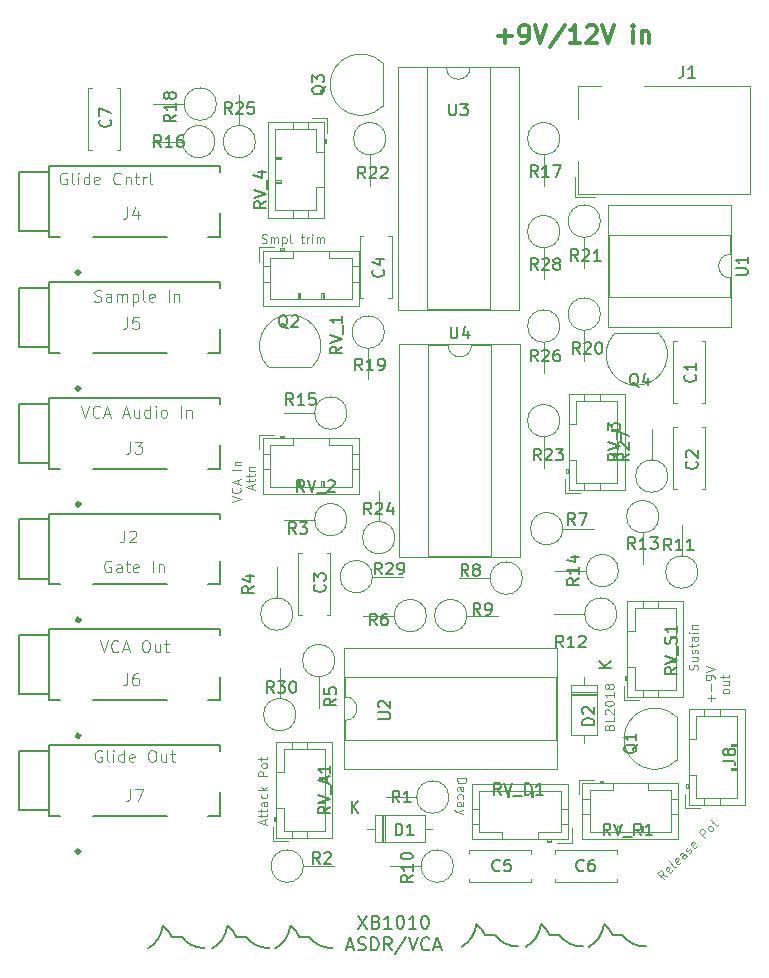
<source format=gbr>
G04 #@! TF.GenerationSoftware,KiCad,Pcbnew,(5.0.1)-rc2*
G04 #@! TF.CreationDate,2018-11-16T12:43:18-05:00*
G04 #@! TF.ProjectId,ASDR,415344522E6B696361645F7063620000,rev?*
G04 #@! TF.SameCoordinates,Original*
G04 #@! TF.FileFunction,Legend,Top*
G04 #@! TF.FilePolarity,Positive*
%FSLAX46Y46*%
G04 Gerber Fmt 4.6, Leading zero omitted, Abs format (unit mm)*
G04 Created by KiCad (PCBNEW (5.0.1)-rc2) date 11/16/2018 12:43:18 PM*
%MOMM*%
%LPD*%
G01*
G04 APERTURE LIST*
%ADD10C,0.100000*%
%ADD11C,0.300000*%
%ADD12C,0.200000*%
%ADD13C,0.120000*%
%ADD14C,0.127000*%
%ADD15C,0.150000*%
%ADD16C,0.050000*%
G04 APERTURE END LIST*
D10*
X129927285Y-100760571D02*
X130034428Y-100796285D01*
X130213000Y-100796285D01*
X130284428Y-100760571D01*
X130320142Y-100724857D01*
X130355857Y-100653428D01*
X130355857Y-100582000D01*
X130320142Y-100510571D01*
X130284428Y-100474857D01*
X130213000Y-100439142D01*
X130070142Y-100403428D01*
X129998714Y-100367714D01*
X129963000Y-100332000D01*
X129927285Y-100260571D01*
X129927285Y-100189142D01*
X129963000Y-100117714D01*
X129998714Y-100082000D01*
X130070142Y-100046285D01*
X130248714Y-100046285D01*
X130355857Y-100082000D01*
X130677285Y-100796285D02*
X130677285Y-100296285D01*
X130677285Y-100367714D02*
X130713000Y-100332000D01*
X130784428Y-100296285D01*
X130891571Y-100296285D01*
X130963000Y-100332000D01*
X130998714Y-100403428D01*
X130998714Y-100796285D01*
X130998714Y-100403428D02*
X131034428Y-100332000D01*
X131105857Y-100296285D01*
X131213000Y-100296285D01*
X131284428Y-100332000D01*
X131320142Y-100403428D01*
X131320142Y-100796285D01*
X131677285Y-100296285D02*
X131677285Y-101046285D01*
X131677285Y-100332000D02*
X131748714Y-100296285D01*
X131891571Y-100296285D01*
X131963000Y-100332000D01*
X131998714Y-100367714D01*
X132034428Y-100439142D01*
X132034428Y-100653428D01*
X131998714Y-100724857D01*
X131963000Y-100760571D01*
X131891571Y-100796285D01*
X131748714Y-100796285D01*
X131677285Y-100760571D01*
X132463000Y-100796285D02*
X132391571Y-100760571D01*
X132355857Y-100689142D01*
X132355857Y-100046285D01*
X133213000Y-100296285D02*
X133498714Y-100296285D01*
X133320142Y-100046285D02*
X133320142Y-100689142D01*
X133355857Y-100760571D01*
X133427285Y-100796285D01*
X133498714Y-100796285D01*
X133748714Y-100796285D02*
X133748714Y-100296285D01*
X133748714Y-100439142D02*
X133784428Y-100367714D01*
X133820142Y-100332000D01*
X133891571Y-100296285D01*
X133963000Y-100296285D01*
X134213000Y-100796285D02*
X134213000Y-100296285D01*
X134213000Y-100046285D02*
X134177285Y-100082000D01*
X134213000Y-100117714D01*
X134248714Y-100082000D01*
X134213000Y-100046285D01*
X134213000Y-100117714D01*
X134570142Y-100796285D02*
X134570142Y-100296285D01*
X134570142Y-100367714D02*
X134605857Y-100332000D01*
X134677285Y-100296285D01*
X134784428Y-100296285D01*
X134855857Y-100332000D01*
X134891571Y-100403428D01*
X134891571Y-100796285D01*
X134891571Y-100403428D02*
X134927285Y-100332000D01*
X134998714Y-100296285D01*
X135105857Y-100296285D01*
X135177285Y-100332000D01*
X135213000Y-100403428D01*
X135213000Y-100796285D01*
X127373785Y-122685714D02*
X128123785Y-122435714D01*
X127373785Y-122185714D01*
X128052357Y-121507142D02*
X128088071Y-121542857D01*
X128123785Y-121650000D01*
X128123785Y-121721428D01*
X128088071Y-121828571D01*
X128016642Y-121900000D01*
X127945214Y-121935714D01*
X127802357Y-121971428D01*
X127695214Y-121971428D01*
X127552357Y-121935714D01*
X127480928Y-121900000D01*
X127409500Y-121828571D01*
X127373785Y-121721428D01*
X127373785Y-121650000D01*
X127409500Y-121542857D01*
X127445214Y-121507142D01*
X127909500Y-121221428D02*
X127909500Y-120864285D01*
X128123785Y-121292857D02*
X127373785Y-121042857D01*
X128123785Y-120792857D01*
X128123785Y-119971428D02*
X127373785Y-119971428D01*
X127623785Y-119614285D02*
X128123785Y-119614285D01*
X127695214Y-119614285D02*
X127659500Y-119578571D01*
X127623785Y-119507142D01*
X127623785Y-119400000D01*
X127659500Y-119328571D01*
X127730928Y-119292857D01*
X128123785Y-119292857D01*
X129134500Y-121596428D02*
X129134500Y-121239285D01*
X129348785Y-121667857D02*
X128598785Y-121417857D01*
X129348785Y-121167857D01*
X128848785Y-121025000D02*
X128848785Y-120739285D01*
X128598785Y-120917857D02*
X129241642Y-120917857D01*
X129313071Y-120882142D01*
X129348785Y-120810714D01*
X129348785Y-120739285D01*
X128848785Y-120596428D02*
X128848785Y-120310714D01*
X128598785Y-120489285D02*
X129241642Y-120489285D01*
X129313071Y-120453571D01*
X129348785Y-120382142D01*
X129348785Y-120310714D01*
X128848785Y-120060714D02*
X129348785Y-120060714D01*
X128920214Y-120060714D02*
X128884500Y-120025000D01*
X128848785Y-119953571D01*
X128848785Y-119846428D01*
X128884500Y-119775000D01*
X128955928Y-119739285D01*
X129348785Y-119739285D01*
X166800571Y-136929571D02*
X166836285Y-136822428D01*
X166836285Y-136643857D01*
X166800571Y-136572428D01*
X166764857Y-136536714D01*
X166693428Y-136501000D01*
X166622000Y-136501000D01*
X166550571Y-136536714D01*
X166514857Y-136572428D01*
X166479142Y-136643857D01*
X166443428Y-136786714D01*
X166407714Y-136858142D01*
X166372000Y-136893857D01*
X166300571Y-136929571D01*
X166229142Y-136929571D01*
X166157714Y-136893857D01*
X166122000Y-136858142D01*
X166086285Y-136786714D01*
X166086285Y-136608142D01*
X166122000Y-136501000D01*
X166336285Y-135858142D02*
X166836285Y-135858142D01*
X166336285Y-136179571D02*
X166729142Y-136179571D01*
X166800571Y-136143857D01*
X166836285Y-136072428D01*
X166836285Y-135965285D01*
X166800571Y-135893857D01*
X166764857Y-135858142D01*
X166800571Y-135536714D02*
X166836285Y-135465285D01*
X166836285Y-135322428D01*
X166800571Y-135251000D01*
X166729142Y-135215285D01*
X166693428Y-135215285D01*
X166622000Y-135251000D01*
X166586285Y-135322428D01*
X166586285Y-135429571D01*
X166550571Y-135501000D01*
X166479142Y-135536714D01*
X166443428Y-135536714D01*
X166372000Y-135501000D01*
X166336285Y-135429571D01*
X166336285Y-135322428D01*
X166372000Y-135251000D01*
X166336285Y-135001000D02*
X166336285Y-134715285D01*
X166086285Y-134893857D02*
X166729142Y-134893857D01*
X166800571Y-134858142D01*
X166836285Y-134786714D01*
X166836285Y-134715285D01*
X166836285Y-134143857D02*
X166443428Y-134143857D01*
X166372000Y-134179571D01*
X166336285Y-134251000D01*
X166336285Y-134393857D01*
X166372000Y-134465285D01*
X166800571Y-134143857D02*
X166836285Y-134215285D01*
X166836285Y-134393857D01*
X166800571Y-134465285D01*
X166729142Y-134501000D01*
X166657714Y-134501000D01*
X166586285Y-134465285D01*
X166550571Y-134393857D01*
X166550571Y-134215285D01*
X166514857Y-134143857D01*
X166836285Y-133786714D02*
X166336285Y-133786714D01*
X166086285Y-133786714D02*
X166122000Y-133822428D01*
X166157714Y-133786714D01*
X166122000Y-133751000D01*
X166086285Y-133786714D01*
X166157714Y-133786714D01*
X166336285Y-133429571D02*
X166836285Y-133429571D01*
X166407714Y-133429571D02*
X166372000Y-133393857D01*
X166336285Y-133322428D01*
X166336285Y-133215285D01*
X166372000Y-133143857D01*
X166443428Y-133108142D01*
X166836285Y-133108142D01*
X167970071Y-139604571D02*
X167970071Y-139033142D01*
X168255785Y-139318857D02*
X167684357Y-139318857D01*
X167970071Y-138676000D02*
X167970071Y-138104571D01*
X168255785Y-137711714D02*
X168255785Y-137568857D01*
X168220071Y-137497428D01*
X168184357Y-137461714D01*
X168077214Y-137390285D01*
X167934357Y-137354571D01*
X167648642Y-137354571D01*
X167577214Y-137390285D01*
X167541500Y-137426000D01*
X167505785Y-137497428D01*
X167505785Y-137640285D01*
X167541500Y-137711714D01*
X167577214Y-137747428D01*
X167648642Y-137783142D01*
X167827214Y-137783142D01*
X167898642Y-137747428D01*
X167934357Y-137711714D01*
X167970071Y-137640285D01*
X167970071Y-137497428D01*
X167934357Y-137426000D01*
X167898642Y-137390285D01*
X167827214Y-137354571D01*
X167505785Y-137140285D02*
X168255785Y-136890285D01*
X167505785Y-136640285D01*
X169480785Y-138783142D02*
X169445071Y-138854571D01*
X169409357Y-138890285D01*
X169337928Y-138926000D01*
X169123642Y-138926000D01*
X169052214Y-138890285D01*
X169016500Y-138854571D01*
X168980785Y-138783142D01*
X168980785Y-138676000D01*
X169016500Y-138604571D01*
X169052214Y-138568857D01*
X169123642Y-138533142D01*
X169337928Y-138533142D01*
X169409357Y-138568857D01*
X169445071Y-138604571D01*
X169480785Y-138676000D01*
X169480785Y-138783142D01*
X168980785Y-137890285D02*
X169480785Y-137890285D01*
X168980785Y-138211714D02*
X169373642Y-138211714D01*
X169445071Y-138176000D01*
X169480785Y-138104571D01*
X169480785Y-137997428D01*
X169445071Y-137926000D01*
X169409357Y-137890285D01*
X168980785Y-137640285D02*
X168980785Y-137354571D01*
X168730785Y-137533142D02*
X169373642Y-137533142D01*
X169445071Y-137497428D01*
X169480785Y-137426000D01*
X169480785Y-137354571D01*
X146472714Y-146109714D02*
X147222714Y-146109714D01*
X147222714Y-146288285D01*
X147187000Y-146395428D01*
X147115571Y-146466857D01*
X147044142Y-146502571D01*
X146901285Y-146538285D01*
X146794142Y-146538285D01*
X146651285Y-146502571D01*
X146579857Y-146466857D01*
X146508428Y-146395428D01*
X146472714Y-146288285D01*
X146472714Y-146109714D01*
X146508428Y-147145428D02*
X146472714Y-147074000D01*
X146472714Y-146931142D01*
X146508428Y-146859714D01*
X146579857Y-146824000D01*
X146865571Y-146824000D01*
X146937000Y-146859714D01*
X146972714Y-146931142D01*
X146972714Y-147074000D01*
X146937000Y-147145428D01*
X146865571Y-147181142D01*
X146794142Y-147181142D01*
X146722714Y-146824000D01*
X146508428Y-147824000D02*
X146472714Y-147752571D01*
X146472714Y-147609714D01*
X146508428Y-147538285D01*
X146544142Y-147502571D01*
X146615571Y-147466857D01*
X146829857Y-147466857D01*
X146901285Y-147502571D01*
X146937000Y-147538285D01*
X146972714Y-147609714D01*
X146972714Y-147752571D01*
X146937000Y-147824000D01*
X146472714Y-148466857D02*
X146865571Y-148466857D01*
X146937000Y-148431142D01*
X146972714Y-148359714D01*
X146972714Y-148216857D01*
X146937000Y-148145428D01*
X146508428Y-148466857D02*
X146472714Y-148395428D01*
X146472714Y-148216857D01*
X146508428Y-148145428D01*
X146579857Y-148109714D01*
X146651285Y-148109714D01*
X146722714Y-148145428D01*
X146758428Y-148216857D01*
X146758428Y-148395428D01*
X146794142Y-148466857D01*
X146972714Y-148752571D02*
X146472714Y-148931142D01*
X146972714Y-149109714D02*
X146472714Y-148931142D01*
X146294142Y-148859714D01*
X146258428Y-148824000D01*
X146222714Y-148752571D01*
X164259113Y-154355708D02*
X163829798Y-154279947D01*
X163956068Y-154658754D02*
X163425737Y-154128424D01*
X163627768Y-153926393D01*
X163703529Y-153901140D01*
X163754037Y-153901140D01*
X163829798Y-153926393D01*
X163905560Y-154002155D01*
X163930814Y-154077916D01*
X163930814Y-154128424D01*
X163905560Y-154204185D01*
X163703529Y-154406216D01*
X164663174Y-153901140D02*
X164637920Y-153976901D01*
X164536905Y-154077916D01*
X164461144Y-154103170D01*
X164385382Y-154077916D01*
X164183352Y-153875886D01*
X164158098Y-153800124D01*
X164183352Y-153724363D01*
X164284367Y-153623348D01*
X164360129Y-153598094D01*
X164435890Y-153623348D01*
X164486398Y-153673855D01*
X164284367Y-153976901D01*
X165016728Y-153598094D02*
X164940966Y-153623348D01*
X164865205Y-153598094D01*
X164410636Y-153143525D01*
X165395535Y-153168779D02*
X165370281Y-153244540D01*
X165269266Y-153345556D01*
X165193504Y-153370809D01*
X165117743Y-153345556D01*
X164915712Y-153143525D01*
X164890459Y-153067764D01*
X164915712Y-152992002D01*
X165016728Y-152890987D01*
X165092489Y-152865733D01*
X165168251Y-152890987D01*
X165218758Y-152941495D01*
X165016728Y-153244540D01*
X165900611Y-152714210D02*
X165622819Y-152436418D01*
X165547058Y-152411165D01*
X165471296Y-152436418D01*
X165370281Y-152537434D01*
X165345027Y-152613195D01*
X165875357Y-152688956D02*
X165850104Y-152764718D01*
X165723834Y-152890987D01*
X165648073Y-152916241D01*
X165572312Y-152890987D01*
X165521804Y-152840479D01*
X165496550Y-152764718D01*
X165521804Y-152688956D01*
X165648073Y-152562687D01*
X165673327Y-152486926D01*
X166102642Y-152461672D02*
X166178403Y-152436418D01*
X166279418Y-152335403D01*
X166304672Y-152259642D01*
X166279418Y-152183880D01*
X166254165Y-152158626D01*
X166178403Y-152133373D01*
X166102642Y-152158626D01*
X166026880Y-152234388D01*
X165951119Y-152259642D01*
X165875357Y-152234388D01*
X165850104Y-152209134D01*
X165824850Y-152133373D01*
X165850104Y-152057611D01*
X165925865Y-151981850D01*
X166001626Y-151956596D01*
X166759241Y-151805073D02*
X166733987Y-151880834D01*
X166632972Y-151981850D01*
X166557210Y-152007104D01*
X166481449Y-151981850D01*
X166279418Y-151779819D01*
X166254165Y-151704058D01*
X166279418Y-151628296D01*
X166380434Y-151527281D01*
X166456195Y-151502027D01*
X166531956Y-151527281D01*
X166582464Y-151577789D01*
X166380434Y-151880834D01*
X167441094Y-151173728D02*
X166910764Y-150643398D01*
X167112794Y-150441367D01*
X167188556Y-150416113D01*
X167239063Y-150416113D01*
X167314825Y-150441367D01*
X167390586Y-150517129D01*
X167415840Y-150592890D01*
X167415840Y-150643398D01*
X167390586Y-150719159D01*
X167188556Y-150921190D01*
X168047185Y-150567636D02*
X167971424Y-150592890D01*
X167920916Y-150592890D01*
X167845155Y-150567636D01*
X167693632Y-150416113D01*
X167668378Y-150340352D01*
X167668378Y-150289844D01*
X167693632Y-150214083D01*
X167769393Y-150138321D01*
X167845155Y-150113068D01*
X167895662Y-150113068D01*
X167971424Y-150138321D01*
X168122947Y-150289844D01*
X168148201Y-150365606D01*
X168148201Y-150416113D01*
X168122947Y-150491875D01*
X168047185Y-150567636D01*
X168021931Y-149885783D02*
X168223962Y-149683753D01*
X167920916Y-149633245D02*
X168375485Y-150087814D01*
X168451246Y-150113068D01*
X168527008Y-150087814D01*
X168577515Y-150037306D01*
X130173000Y-149978714D02*
X130173000Y-149621571D01*
X130387285Y-150050142D02*
X129637285Y-149800142D01*
X130387285Y-149550142D01*
X129887285Y-149407285D02*
X129887285Y-149121571D01*
X129637285Y-149300142D02*
X130280142Y-149300142D01*
X130351571Y-149264428D01*
X130387285Y-149193000D01*
X130387285Y-149121571D01*
X129887285Y-148978714D02*
X129887285Y-148693000D01*
X129637285Y-148871571D02*
X130280142Y-148871571D01*
X130351571Y-148835857D01*
X130387285Y-148764428D01*
X130387285Y-148693000D01*
X130387285Y-148121571D02*
X129994428Y-148121571D01*
X129923000Y-148157285D01*
X129887285Y-148228714D01*
X129887285Y-148371571D01*
X129923000Y-148443000D01*
X130351571Y-148121571D02*
X130387285Y-148193000D01*
X130387285Y-148371571D01*
X130351571Y-148443000D01*
X130280142Y-148478714D01*
X130208714Y-148478714D01*
X130137285Y-148443000D01*
X130101571Y-148371571D01*
X130101571Y-148193000D01*
X130065857Y-148121571D01*
X130351571Y-147443000D02*
X130387285Y-147514428D01*
X130387285Y-147657285D01*
X130351571Y-147728714D01*
X130315857Y-147764428D01*
X130244428Y-147800142D01*
X130030142Y-147800142D01*
X129958714Y-147764428D01*
X129923000Y-147728714D01*
X129887285Y-147657285D01*
X129887285Y-147514428D01*
X129923000Y-147443000D01*
X130387285Y-147121571D02*
X129637285Y-147121571D01*
X130101571Y-147050142D02*
X130387285Y-146835857D01*
X129887285Y-146835857D02*
X130173000Y-147121571D01*
X130387285Y-145943000D02*
X129637285Y-145943000D01*
X129637285Y-145657285D01*
X129673000Y-145585857D01*
X129708714Y-145550142D01*
X129780142Y-145514428D01*
X129887285Y-145514428D01*
X129958714Y-145550142D01*
X129994428Y-145585857D01*
X130030142Y-145657285D01*
X130030142Y-145943000D01*
X130387285Y-145085857D02*
X130351571Y-145157285D01*
X130315857Y-145193000D01*
X130244428Y-145228714D01*
X130030142Y-145228714D01*
X129958714Y-145193000D01*
X129923000Y-145157285D01*
X129887285Y-145085857D01*
X129887285Y-144978714D01*
X129923000Y-144907285D01*
X129958714Y-144871571D01*
X130030142Y-144835857D01*
X130244428Y-144835857D01*
X130315857Y-144871571D01*
X130351571Y-144907285D01*
X130387285Y-144978714D01*
X130387285Y-145085857D01*
X129887285Y-144621571D02*
X129887285Y-144335857D01*
X129637285Y-144514428D02*
X130280142Y-144514428D01*
X130351571Y-144478714D01*
X130387285Y-144407285D01*
X130387285Y-144335857D01*
D11*
X149944142Y-83292142D02*
X151087000Y-83292142D01*
X150515571Y-83863571D02*
X150515571Y-82720714D01*
X151872714Y-83863571D02*
X152158428Y-83863571D01*
X152301285Y-83792142D01*
X152372714Y-83720714D01*
X152515571Y-83506428D01*
X152587000Y-83220714D01*
X152587000Y-82649285D01*
X152515571Y-82506428D01*
X152444142Y-82435000D01*
X152301285Y-82363571D01*
X152015571Y-82363571D01*
X151872714Y-82435000D01*
X151801285Y-82506428D01*
X151729857Y-82649285D01*
X151729857Y-83006428D01*
X151801285Y-83149285D01*
X151872714Y-83220714D01*
X152015571Y-83292142D01*
X152301285Y-83292142D01*
X152444142Y-83220714D01*
X152515571Y-83149285D01*
X152587000Y-83006428D01*
X153015571Y-82363571D02*
X153515571Y-83863571D01*
X154015571Y-82363571D01*
X155587000Y-82292142D02*
X154301285Y-84220714D01*
X156872714Y-83863571D02*
X156015571Y-83863571D01*
X156444142Y-83863571D02*
X156444142Y-82363571D01*
X156301285Y-82577857D01*
X156158428Y-82720714D01*
X156015571Y-82792142D01*
X157444142Y-82506428D02*
X157515571Y-82435000D01*
X157658428Y-82363571D01*
X158015571Y-82363571D01*
X158158428Y-82435000D01*
X158229857Y-82506428D01*
X158301285Y-82649285D01*
X158301285Y-82792142D01*
X158229857Y-83006428D01*
X157372714Y-83863571D01*
X158301285Y-83863571D01*
X158729857Y-82363571D02*
X159229857Y-83863571D01*
X159729857Y-82363571D01*
X161372714Y-83863571D02*
X161372714Y-82863571D01*
X161372714Y-82363571D02*
X161301285Y-82435000D01*
X161372714Y-82506428D01*
X161444142Y-82435000D01*
X161372714Y-82363571D01*
X161372714Y-82506428D01*
X162087000Y-82863571D02*
X162087000Y-83863571D01*
X162087000Y-83006428D02*
X162158428Y-82935000D01*
X162301285Y-82863571D01*
X162515571Y-82863571D01*
X162658428Y-82935000D01*
X162729857Y-83077857D01*
X162729857Y-83863571D01*
D12*
X132353163Y-158596172D02*
G75*
G02X133096000Y-159512000I-1289163J-1804828D01*
G01*
X127762000Y-159512000D02*
X128524000Y-159512000D01*
X133096000Y-159512000D02*
X133858000Y-159512000D01*
X122301000Y-159512000D02*
X123063000Y-159512000D01*
X130554499Y-160472724D02*
G75*
G02X128585359Y-159508258I-64140J2361466D01*
G01*
X125093499Y-160472724D02*
G75*
G02X123124359Y-159508258I-64140J2361466D01*
G01*
X127019163Y-158596172D02*
G75*
G02X127762000Y-159512000I-1289163J-1804828D01*
G01*
X135888499Y-160472724D02*
G75*
G02X133919359Y-159508258I-64140J2361466D01*
G01*
X121558163Y-158596172D02*
G75*
G02X122301000Y-159512000I-1289163J-1804828D01*
G01*
X120275960Y-160505511D02*
G75*
G03X121539000Y-158623000I-1149960J2136511D01*
G01*
X125736960Y-160505511D02*
G75*
G03X127000000Y-158623000I-1149960J2136511D01*
G01*
X131070960Y-160505511D02*
G75*
G03X132334000Y-158623000I-1149960J2136511D01*
G01*
D10*
X159331428Y-141759571D02*
X159367142Y-141652428D01*
X159402857Y-141616714D01*
X159474285Y-141581000D01*
X159581428Y-141581000D01*
X159652857Y-141616714D01*
X159688571Y-141652428D01*
X159724285Y-141723857D01*
X159724285Y-142009571D01*
X158974285Y-142009571D01*
X158974285Y-141759571D01*
X159010000Y-141688142D01*
X159045714Y-141652428D01*
X159117142Y-141616714D01*
X159188571Y-141616714D01*
X159260000Y-141652428D01*
X159295714Y-141688142D01*
X159331428Y-141759571D01*
X159331428Y-142009571D01*
X159724285Y-140902428D02*
X159724285Y-141259571D01*
X158974285Y-141259571D01*
X159045714Y-140688142D02*
X159010000Y-140652428D01*
X158974285Y-140581000D01*
X158974285Y-140402428D01*
X159010000Y-140331000D01*
X159045714Y-140295285D01*
X159117142Y-140259571D01*
X159188571Y-140259571D01*
X159295714Y-140295285D01*
X159724285Y-140723857D01*
X159724285Y-140259571D01*
X158974285Y-139795285D02*
X158974285Y-139723857D01*
X159010000Y-139652428D01*
X159045714Y-139616714D01*
X159117142Y-139581000D01*
X159260000Y-139545285D01*
X159438571Y-139545285D01*
X159581428Y-139581000D01*
X159652857Y-139616714D01*
X159688571Y-139652428D01*
X159724285Y-139723857D01*
X159724285Y-139795285D01*
X159688571Y-139866714D01*
X159652857Y-139902428D01*
X159581428Y-139938142D01*
X159438571Y-139973857D01*
X159260000Y-139973857D01*
X159117142Y-139938142D01*
X159045714Y-139902428D01*
X159010000Y-139866714D01*
X158974285Y-139795285D01*
X159724285Y-138831000D02*
X159724285Y-139259571D01*
X159724285Y-139045285D02*
X158974285Y-139045285D01*
X159081428Y-139116714D01*
X159152857Y-139188142D01*
X159188571Y-139259571D01*
X159295714Y-138402428D02*
X159260000Y-138473857D01*
X159224285Y-138509571D01*
X159152857Y-138545285D01*
X159117142Y-138545285D01*
X159045714Y-138509571D01*
X159010000Y-138473857D01*
X158974285Y-138402428D01*
X158974285Y-138259571D01*
X159010000Y-138188142D01*
X159045714Y-138152428D01*
X159117142Y-138116714D01*
X159152857Y-138116714D01*
X159224285Y-138152428D01*
X159260000Y-138188142D01*
X159295714Y-138259571D01*
X159295714Y-138402428D01*
X159331428Y-138473857D01*
X159367142Y-138509571D01*
X159438571Y-138545285D01*
X159581428Y-138545285D01*
X159652857Y-138509571D01*
X159688571Y-138473857D01*
X159724285Y-138402428D01*
X159724285Y-138259571D01*
X159688571Y-138188142D01*
X159652857Y-138152428D01*
X159581428Y-138116714D01*
X159438571Y-138116714D01*
X159367142Y-138152428D01*
X159331428Y-138188142D01*
X159295714Y-138259571D01*
D12*
X146818960Y-160378511D02*
G75*
G03X148082000Y-158496000I-1149960J2136511D01*
G01*
X151636499Y-160345724D02*
G75*
G02X149667359Y-159381258I-64140J2361466D01*
G01*
X148101163Y-158469172D02*
G75*
G02X148844000Y-159385000I-1289163J-1804828D01*
G01*
X148844000Y-159385000D02*
X149606000Y-159385000D01*
X153562163Y-158469172D02*
G75*
G02X154305000Y-159385000I-1289163J-1804828D01*
G01*
X152279960Y-160378511D02*
G75*
G03X153543000Y-158496000I-1149960J2136511D01*
G01*
X154305000Y-159385000D02*
X155067000Y-159385000D01*
X157097499Y-160345724D02*
G75*
G02X155128359Y-159381258I-64140J2361466D01*
G01*
X162431499Y-160345724D02*
G75*
G02X160462359Y-159381258I-64140J2361466D01*
G01*
X159639000Y-159385000D02*
X160401000Y-159385000D01*
X158896163Y-158469172D02*
G75*
G02X159639000Y-159385000I-1289163J-1804828D01*
G01*
X157613960Y-160378511D02*
G75*
G03X158877000Y-158496000I-1149960J2136511D01*
G01*
X138085095Y-157730619D02*
X138818428Y-158830619D01*
X138818428Y-157730619D02*
X138085095Y-158830619D01*
X139604142Y-158254428D02*
X139761285Y-158306809D01*
X139813666Y-158359190D01*
X139866047Y-158463952D01*
X139866047Y-158621095D01*
X139813666Y-158725857D01*
X139761285Y-158778238D01*
X139656523Y-158830619D01*
X139237476Y-158830619D01*
X139237476Y-157730619D01*
X139604142Y-157730619D01*
X139708904Y-157783000D01*
X139761285Y-157835380D01*
X139813666Y-157940142D01*
X139813666Y-158044904D01*
X139761285Y-158149666D01*
X139708904Y-158202047D01*
X139604142Y-158254428D01*
X139237476Y-158254428D01*
X140913666Y-158830619D02*
X140285095Y-158830619D01*
X140599380Y-158830619D02*
X140599380Y-157730619D01*
X140494619Y-157887761D01*
X140389857Y-157992523D01*
X140285095Y-158044904D01*
X141594619Y-157730619D02*
X141699380Y-157730619D01*
X141804142Y-157783000D01*
X141856523Y-157835380D01*
X141908904Y-157940142D01*
X141961285Y-158149666D01*
X141961285Y-158411571D01*
X141908904Y-158621095D01*
X141856523Y-158725857D01*
X141804142Y-158778238D01*
X141699380Y-158830619D01*
X141594619Y-158830619D01*
X141489857Y-158778238D01*
X141437476Y-158725857D01*
X141385095Y-158621095D01*
X141332714Y-158411571D01*
X141332714Y-158149666D01*
X141385095Y-157940142D01*
X141437476Y-157835380D01*
X141489857Y-157783000D01*
X141594619Y-157730619D01*
X143008904Y-158830619D02*
X142380333Y-158830619D01*
X142694619Y-158830619D02*
X142694619Y-157730619D01*
X142589857Y-157887761D01*
X142485095Y-157992523D01*
X142380333Y-158044904D01*
X143689857Y-157730619D02*
X143794619Y-157730619D01*
X143899380Y-157783000D01*
X143951761Y-157835380D01*
X144004142Y-157940142D01*
X144056523Y-158149666D01*
X144056523Y-158411571D01*
X144004142Y-158621095D01*
X143951761Y-158725857D01*
X143899380Y-158778238D01*
X143794619Y-158830619D01*
X143689857Y-158830619D01*
X143585095Y-158778238D01*
X143532714Y-158725857D01*
X143480333Y-158621095D01*
X143427952Y-158411571D01*
X143427952Y-158149666D01*
X143480333Y-157940142D01*
X143532714Y-157835380D01*
X143585095Y-157783000D01*
X143689857Y-157730619D01*
X137142238Y-160366333D02*
X137666047Y-160366333D01*
X137037476Y-160680619D02*
X137404142Y-159580619D01*
X137770809Y-160680619D01*
X138085095Y-160628238D02*
X138242238Y-160680619D01*
X138504142Y-160680619D01*
X138608904Y-160628238D01*
X138661285Y-160575857D01*
X138713666Y-160471095D01*
X138713666Y-160366333D01*
X138661285Y-160261571D01*
X138608904Y-160209190D01*
X138504142Y-160156809D01*
X138294619Y-160104428D01*
X138189857Y-160052047D01*
X138137476Y-159999666D01*
X138085095Y-159894904D01*
X138085095Y-159790142D01*
X138137476Y-159685380D01*
X138189857Y-159633000D01*
X138294619Y-159580619D01*
X138556523Y-159580619D01*
X138713666Y-159633000D01*
X139185095Y-160680619D02*
X139185095Y-159580619D01*
X139447000Y-159580619D01*
X139604142Y-159633000D01*
X139708904Y-159737761D01*
X139761285Y-159842523D01*
X139813666Y-160052047D01*
X139813666Y-160209190D01*
X139761285Y-160418714D01*
X139708904Y-160523476D01*
X139604142Y-160628238D01*
X139447000Y-160680619D01*
X139185095Y-160680619D01*
X140913666Y-160680619D02*
X140547000Y-160156809D01*
X140285095Y-160680619D02*
X140285095Y-159580619D01*
X140704142Y-159580619D01*
X140808904Y-159633000D01*
X140861285Y-159685380D01*
X140913666Y-159790142D01*
X140913666Y-159947285D01*
X140861285Y-160052047D01*
X140808904Y-160104428D01*
X140704142Y-160156809D01*
X140285095Y-160156809D01*
X142170809Y-159528238D02*
X141227952Y-160942523D01*
X142380333Y-159580619D02*
X142747000Y-160680619D01*
X143113666Y-159580619D01*
X144108904Y-160575857D02*
X144056523Y-160628238D01*
X143899380Y-160680619D01*
X143794619Y-160680619D01*
X143637476Y-160628238D01*
X143532714Y-160523476D01*
X143480333Y-160418714D01*
X143427952Y-160209190D01*
X143427952Y-160052047D01*
X143480333Y-159842523D01*
X143532714Y-159737761D01*
X143637476Y-159633000D01*
X143794619Y-159580619D01*
X143899380Y-159580619D01*
X144056523Y-159633000D01*
X144108904Y-159685380D01*
X144527952Y-160366333D02*
X145051761Y-160366333D01*
X144423190Y-160680619D02*
X144789857Y-159580619D01*
X145156523Y-160680619D01*
D13*
G04 #@! TO.C,C6*
X154773000Y-152488000D02*
X154773000Y-152173000D01*
X154773000Y-154913000D02*
X154773000Y-154598000D01*
X160013000Y-152488000D02*
X160013000Y-152173000D01*
X160013000Y-154913000D02*
X160013000Y-154598000D01*
X160013000Y-152173000D02*
X154773000Y-152173000D01*
X160013000Y-154913000D02*
X154773000Y-154913000D01*
G04 #@! TO.C,R18*
X126084000Y-89027000D02*
G75*
G03X126084000Y-89027000I-1370000J0D01*
G01*
X123344000Y-89027000D02*
X120734000Y-89027000D01*
G04 #@! TO.C,RV_1*
X130020000Y-101441000D02*
X130020000Y-106161000D01*
X130020000Y-106161000D02*
X138140000Y-106161000D01*
X138140000Y-106161000D02*
X138140000Y-101441000D01*
X138140000Y-101441000D02*
X130020000Y-101441000D01*
X131780000Y-101441000D02*
X131780000Y-101241000D01*
X131780000Y-101241000D02*
X131480000Y-101241000D01*
X131480000Y-101241000D02*
X131480000Y-101441000D01*
X131780000Y-101341000D02*
X131480000Y-101341000D01*
X132580000Y-101441000D02*
X132580000Y-102051000D01*
X132580000Y-102051000D02*
X130630000Y-102051000D01*
X130630000Y-102051000D02*
X130630000Y-105551000D01*
X130630000Y-105551000D02*
X137530000Y-105551000D01*
X137530000Y-105551000D02*
X137530000Y-102051000D01*
X137530000Y-102051000D02*
X135580000Y-102051000D01*
X135580000Y-102051000D02*
X135580000Y-101441000D01*
X130020000Y-102751000D02*
X130630000Y-102751000D01*
X130020000Y-104051000D02*
X130630000Y-104051000D01*
X138140000Y-102751000D02*
X137530000Y-102751000D01*
X138140000Y-104051000D02*
X137530000Y-104051000D01*
X132980000Y-105551000D02*
X132980000Y-105051000D01*
X132980000Y-105051000D02*
X133180000Y-105051000D01*
X133180000Y-105051000D02*
X133180000Y-105551000D01*
X133080000Y-105551000D02*
X133080000Y-105051000D01*
X134980000Y-105551000D02*
X134980000Y-105051000D01*
X134980000Y-105051000D02*
X135180000Y-105051000D01*
X135180000Y-105051000D02*
X135180000Y-105551000D01*
X135080000Y-105551000D02*
X135080000Y-105051000D01*
X130970000Y-101141000D02*
X129720000Y-101141000D01*
X129720000Y-101141000D02*
X129720000Y-102391000D01*
G04 #@! TO.C,J1*
X162280000Y-87475000D02*
X171280000Y-87475000D01*
X171280000Y-87475000D02*
X171280000Y-96675000D01*
X171280000Y-96675000D02*
X156680000Y-96675000D01*
X156680000Y-96675000D02*
X156680000Y-93875000D01*
X156680000Y-90275000D02*
X156680000Y-87475000D01*
X156680000Y-87475000D02*
X158680000Y-87475000D01*
X158180000Y-96915000D02*
X156440000Y-96915000D01*
X156440000Y-96915000D02*
X156440000Y-95175000D01*
G04 #@! TO.C,C1*
X167486000Y-109100000D02*
X167486000Y-114340000D01*
X164746000Y-109100000D02*
X164746000Y-114340000D01*
X167486000Y-109100000D02*
X167171000Y-109100000D01*
X165061000Y-109100000D02*
X164746000Y-109100000D01*
X167486000Y-114340000D02*
X167171000Y-114340000D01*
X165061000Y-114340000D02*
X164746000Y-114340000D01*
G04 #@! TO.C,C2*
X165061000Y-121579000D02*
X164746000Y-121579000D01*
X167486000Y-121579000D02*
X167171000Y-121579000D01*
X165061000Y-116339000D02*
X164746000Y-116339000D01*
X167486000Y-116339000D02*
X167171000Y-116339000D01*
X164746000Y-116339000D02*
X164746000Y-121579000D01*
X167486000Y-116339000D02*
X167486000Y-121579000D01*
G04 #@! TO.C,C3*
X135736000Y-127007000D02*
X135736000Y-132247000D01*
X132996000Y-127007000D02*
X132996000Y-132247000D01*
X135736000Y-127007000D02*
X135421000Y-127007000D01*
X133311000Y-127007000D02*
X132996000Y-127007000D01*
X135736000Y-132247000D02*
X135421000Y-132247000D01*
X133311000Y-132247000D02*
X132996000Y-132247000D01*
G04 #@! TO.C,C4*
X140628000Y-100163000D02*
X140943000Y-100163000D01*
X138203000Y-100163000D02*
X138518000Y-100163000D01*
X140628000Y-105403000D02*
X140943000Y-105403000D01*
X138203000Y-105403000D02*
X138518000Y-105403000D01*
X140943000Y-105403000D02*
X140943000Y-100163000D01*
X138203000Y-105403000D02*
X138203000Y-100163000D01*
G04 #@! TO.C,C7*
X117956000Y-87637000D02*
X117956000Y-92877000D01*
X115216000Y-87637000D02*
X115216000Y-92877000D01*
X117956000Y-87637000D02*
X117641000Y-87637000D01*
X115531000Y-87637000D02*
X115216000Y-87637000D01*
X117956000Y-92877000D02*
X117641000Y-92877000D01*
X115531000Y-92877000D02*
X115216000Y-92877000D01*
G04 #@! TO.C,C5*
X147454000Y-152173000D02*
X152694000Y-152173000D01*
X147454000Y-154913000D02*
X152694000Y-154913000D01*
X147454000Y-152173000D02*
X147454000Y-152488000D01*
X147454000Y-154598000D02*
X147454000Y-154913000D01*
X152694000Y-152173000D02*
X152694000Y-152488000D01*
X152694000Y-154598000D02*
X152694000Y-154913000D01*
G04 #@! TO.C,RV_4*
X135160000Y-90523000D02*
X130440000Y-90523000D01*
X130440000Y-90523000D02*
X130440000Y-98643000D01*
X130440000Y-98643000D02*
X135160000Y-98643000D01*
X135160000Y-98643000D02*
X135160000Y-90523000D01*
X135160000Y-92283000D02*
X135360000Y-92283000D01*
X135360000Y-92283000D02*
X135360000Y-91983000D01*
X135360000Y-91983000D02*
X135160000Y-91983000D01*
X135260000Y-92283000D02*
X135260000Y-91983000D01*
X135160000Y-93083000D02*
X134550000Y-93083000D01*
X134550000Y-93083000D02*
X134550000Y-91133000D01*
X134550000Y-91133000D02*
X131050000Y-91133000D01*
X131050000Y-91133000D02*
X131050000Y-98033000D01*
X131050000Y-98033000D02*
X134550000Y-98033000D01*
X134550000Y-98033000D02*
X134550000Y-96083000D01*
X134550000Y-96083000D02*
X135160000Y-96083000D01*
X133850000Y-90523000D02*
X133850000Y-91133000D01*
X132550000Y-90523000D02*
X132550000Y-91133000D01*
X133850000Y-98643000D02*
X133850000Y-98033000D01*
X132550000Y-98643000D02*
X132550000Y-98033000D01*
X131050000Y-93483000D02*
X131550000Y-93483000D01*
X131550000Y-93483000D02*
X131550000Y-93683000D01*
X131550000Y-93683000D02*
X131050000Y-93683000D01*
X131050000Y-93583000D02*
X131550000Y-93583000D01*
X131050000Y-95483000D02*
X131550000Y-95483000D01*
X131550000Y-95483000D02*
X131550000Y-95683000D01*
X131550000Y-95683000D02*
X131050000Y-95683000D01*
X131050000Y-95583000D02*
X131550000Y-95583000D01*
X135460000Y-91473000D02*
X135460000Y-90223000D01*
X135460000Y-90223000D02*
X134210000Y-90223000D01*
G04 #@! TO.C,RV_A1*
X130859000Y-151458000D02*
X132109000Y-151458000D01*
X130859000Y-150208000D02*
X130859000Y-151458000D01*
X135269000Y-146098000D02*
X134769000Y-146098000D01*
X134769000Y-145998000D02*
X135269000Y-145998000D01*
X134769000Y-146198000D02*
X134769000Y-145998000D01*
X135269000Y-146198000D02*
X134769000Y-146198000D01*
X135269000Y-148098000D02*
X134769000Y-148098000D01*
X134769000Y-147998000D02*
X135269000Y-147998000D01*
X134769000Y-148198000D02*
X134769000Y-147998000D01*
X135269000Y-148198000D02*
X134769000Y-148198000D01*
X133769000Y-143038000D02*
X133769000Y-143648000D01*
X132469000Y-143038000D02*
X132469000Y-143648000D01*
X133769000Y-151158000D02*
X133769000Y-150548000D01*
X132469000Y-151158000D02*
X132469000Y-150548000D01*
X131769000Y-145598000D02*
X131159000Y-145598000D01*
X131769000Y-143648000D02*
X131769000Y-145598000D01*
X135269000Y-143648000D02*
X131769000Y-143648000D01*
X135269000Y-150548000D02*
X135269000Y-143648000D01*
X131769000Y-150548000D02*
X135269000Y-150548000D01*
X131769000Y-148598000D02*
X131769000Y-150548000D01*
X131159000Y-148598000D02*
X131769000Y-148598000D01*
X131059000Y-149398000D02*
X131059000Y-149698000D01*
X130959000Y-149698000D02*
X131159000Y-149698000D01*
X130959000Y-149398000D02*
X130959000Y-149698000D01*
X131159000Y-149398000D02*
X130959000Y-149398000D01*
X131159000Y-143038000D02*
X131159000Y-151158000D01*
X135879000Y-143038000D02*
X131159000Y-143038000D01*
X135879000Y-151158000D02*
X135879000Y-143038000D01*
X131159000Y-151158000D02*
X135879000Y-151158000D01*
G04 #@! TO.C,RV_3*
X155924000Y-121694000D02*
X160644000Y-121694000D01*
X160644000Y-121694000D02*
X160644000Y-113574000D01*
X160644000Y-113574000D02*
X155924000Y-113574000D01*
X155924000Y-113574000D02*
X155924000Y-121694000D01*
X155924000Y-119934000D02*
X155724000Y-119934000D01*
X155724000Y-119934000D02*
X155724000Y-120234000D01*
X155724000Y-120234000D02*
X155924000Y-120234000D01*
X155824000Y-119934000D02*
X155824000Y-120234000D01*
X155924000Y-119134000D02*
X156534000Y-119134000D01*
X156534000Y-119134000D02*
X156534000Y-121084000D01*
X156534000Y-121084000D02*
X160034000Y-121084000D01*
X160034000Y-121084000D02*
X160034000Y-114184000D01*
X160034000Y-114184000D02*
X156534000Y-114184000D01*
X156534000Y-114184000D02*
X156534000Y-116134000D01*
X156534000Y-116134000D02*
X155924000Y-116134000D01*
X157234000Y-121694000D02*
X157234000Y-121084000D01*
X158534000Y-121694000D02*
X158534000Y-121084000D01*
X157234000Y-113574000D02*
X157234000Y-114184000D01*
X158534000Y-113574000D02*
X158534000Y-114184000D01*
X160034000Y-118734000D02*
X159534000Y-118734000D01*
X159534000Y-118734000D02*
X159534000Y-118534000D01*
X159534000Y-118534000D02*
X160034000Y-118534000D01*
X160034000Y-118634000D02*
X159534000Y-118634000D01*
X160034000Y-116734000D02*
X159534000Y-116734000D01*
X159534000Y-116734000D02*
X159534000Y-116534000D01*
X159534000Y-116534000D02*
X160034000Y-116534000D01*
X160034000Y-116634000D02*
X159534000Y-116634000D01*
X155624000Y-120744000D02*
X155624000Y-121994000D01*
X155624000Y-121994000D02*
X156874000Y-121994000D01*
G04 #@! TO.C,RV_2*
X129720000Y-117016000D02*
X129720000Y-118266000D01*
X130970000Y-117016000D02*
X129720000Y-117016000D01*
X135080000Y-121426000D02*
X135080000Y-120926000D01*
X135180000Y-120926000D02*
X135180000Y-121426000D01*
X134980000Y-120926000D02*
X135180000Y-120926000D01*
X134980000Y-121426000D02*
X134980000Y-120926000D01*
X133080000Y-121426000D02*
X133080000Y-120926000D01*
X133180000Y-120926000D02*
X133180000Y-121426000D01*
X132980000Y-120926000D02*
X133180000Y-120926000D01*
X132980000Y-121426000D02*
X132980000Y-120926000D01*
X138140000Y-119926000D02*
X137530000Y-119926000D01*
X138140000Y-118626000D02*
X137530000Y-118626000D01*
X130020000Y-119926000D02*
X130630000Y-119926000D01*
X130020000Y-118626000D02*
X130630000Y-118626000D01*
X135580000Y-117926000D02*
X135580000Y-117316000D01*
X137530000Y-117926000D02*
X135580000Y-117926000D01*
X137530000Y-121426000D02*
X137530000Y-117926000D01*
X130630000Y-121426000D02*
X137530000Y-121426000D01*
X130630000Y-117926000D02*
X130630000Y-121426000D01*
X132580000Y-117926000D02*
X130630000Y-117926000D01*
X132580000Y-117316000D02*
X132580000Y-117926000D01*
X131780000Y-117216000D02*
X131480000Y-117216000D01*
X131480000Y-117116000D02*
X131480000Y-117316000D01*
X131780000Y-117116000D02*
X131480000Y-117116000D01*
X131780000Y-117316000D02*
X131780000Y-117116000D01*
X138140000Y-117316000D02*
X130020000Y-117316000D01*
X138140000Y-122036000D02*
X138140000Y-117316000D01*
X130020000Y-122036000D02*
X138140000Y-122036000D01*
X130020000Y-117316000D02*
X130020000Y-122036000D01*
G04 #@! TO.C,RV_D1*
X156157000Y-151589000D02*
X156157000Y-150339000D01*
X154907000Y-151589000D02*
X156157000Y-151589000D01*
X150797000Y-147179000D02*
X150797000Y-147679000D01*
X150697000Y-147679000D02*
X150697000Y-147179000D01*
X150897000Y-147679000D02*
X150697000Y-147679000D01*
X150897000Y-147179000D02*
X150897000Y-147679000D01*
X152797000Y-147179000D02*
X152797000Y-147679000D01*
X152697000Y-147679000D02*
X152697000Y-147179000D01*
X152897000Y-147679000D02*
X152697000Y-147679000D01*
X152897000Y-147179000D02*
X152897000Y-147679000D01*
X147737000Y-148679000D02*
X148347000Y-148679000D01*
X147737000Y-149979000D02*
X148347000Y-149979000D01*
X155857000Y-148679000D02*
X155247000Y-148679000D01*
X155857000Y-149979000D02*
X155247000Y-149979000D01*
X150297000Y-150679000D02*
X150297000Y-151289000D01*
X148347000Y-150679000D02*
X150297000Y-150679000D01*
X148347000Y-147179000D02*
X148347000Y-150679000D01*
X155247000Y-147179000D02*
X148347000Y-147179000D01*
X155247000Y-150679000D02*
X155247000Y-147179000D01*
X153297000Y-150679000D02*
X155247000Y-150679000D01*
X153297000Y-151289000D02*
X153297000Y-150679000D01*
X154097000Y-151389000D02*
X154397000Y-151389000D01*
X154397000Y-151489000D02*
X154397000Y-151289000D01*
X154097000Y-151489000D02*
X154397000Y-151489000D01*
X154097000Y-151289000D02*
X154097000Y-151489000D01*
X147737000Y-151289000D02*
X155857000Y-151289000D01*
X147737000Y-146569000D02*
X147737000Y-151289000D01*
X155857000Y-146569000D02*
X147737000Y-146569000D01*
X155857000Y-151289000D02*
X155857000Y-146569000D01*
G04 #@! TO.C,RV_R1*
X157071000Y-146526000D02*
X157071000Y-151246000D01*
X157071000Y-151246000D02*
X165191000Y-151246000D01*
X165191000Y-151246000D02*
X165191000Y-146526000D01*
X165191000Y-146526000D02*
X157071000Y-146526000D01*
X158831000Y-146526000D02*
X158831000Y-146326000D01*
X158831000Y-146326000D02*
X158531000Y-146326000D01*
X158531000Y-146326000D02*
X158531000Y-146526000D01*
X158831000Y-146426000D02*
X158531000Y-146426000D01*
X159631000Y-146526000D02*
X159631000Y-147136000D01*
X159631000Y-147136000D02*
X157681000Y-147136000D01*
X157681000Y-147136000D02*
X157681000Y-150636000D01*
X157681000Y-150636000D02*
X164581000Y-150636000D01*
X164581000Y-150636000D02*
X164581000Y-147136000D01*
X164581000Y-147136000D02*
X162631000Y-147136000D01*
X162631000Y-147136000D02*
X162631000Y-146526000D01*
X157071000Y-147836000D02*
X157681000Y-147836000D01*
X157071000Y-149136000D02*
X157681000Y-149136000D01*
X165191000Y-147836000D02*
X164581000Y-147836000D01*
X165191000Y-149136000D02*
X164581000Y-149136000D01*
X160031000Y-150636000D02*
X160031000Y-150136000D01*
X160031000Y-150136000D02*
X160231000Y-150136000D01*
X160231000Y-150136000D02*
X160231000Y-150636000D01*
X160131000Y-150636000D02*
X160131000Y-150136000D01*
X162031000Y-150636000D02*
X162031000Y-150136000D01*
X162031000Y-150136000D02*
X162231000Y-150136000D01*
X162231000Y-150136000D02*
X162231000Y-150636000D01*
X162131000Y-150636000D02*
X162131000Y-150136000D01*
X158021000Y-146226000D02*
X156771000Y-146226000D01*
X156771000Y-146226000D02*
X156771000Y-147476000D01*
G04 #@! TO.C,J8*
X165784000Y-148664000D02*
X167034000Y-148664000D01*
X165784000Y-147414000D02*
X165784000Y-148664000D01*
X170194000Y-143304000D02*
X169694000Y-143304000D01*
X169694000Y-143204000D02*
X170194000Y-143204000D01*
X169694000Y-143404000D02*
X169694000Y-143204000D01*
X170194000Y-143404000D02*
X169694000Y-143404000D01*
X170194000Y-145304000D02*
X169694000Y-145304000D01*
X169694000Y-145204000D02*
X170194000Y-145204000D01*
X169694000Y-145404000D02*
X169694000Y-145204000D01*
X170194000Y-145404000D02*
X169694000Y-145404000D01*
X168694000Y-140244000D02*
X168694000Y-140854000D01*
X167394000Y-140244000D02*
X167394000Y-140854000D01*
X168694000Y-148364000D02*
X168694000Y-147754000D01*
X167394000Y-148364000D02*
X167394000Y-147754000D01*
X166694000Y-142804000D02*
X166084000Y-142804000D01*
X166694000Y-140854000D02*
X166694000Y-142804000D01*
X170194000Y-140854000D02*
X166694000Y-140854000D01*
X170194000Y-147754000D02*
X170194000Y-140854000D01*
X166694000Y-147754000D02*
X170194000Y-147754000D01*
X166694000Y-145804000D02*
X166694000Y-147754000D01*
X166084000Y-145804000D02*
X166694000Y-145804000D01*
X165984000Y-146604000D02*
X165984000Y-146904000D01*
X165884000Y-146904000D02*
X166084000Y-146904000D01*
X165884000Y-146604000D02*
X165884000Y-146904000D01*
X166084000Y-146604000D02*
X165884000Y-146604000D01*
X166084000Y-140244000D02*
X166084000Y-148364000D01*
X170804000Y-140244000D02*
X166084000Y-140244000D01*
X170804000Y-148364000D02*
X170804000Y-140244000D01*
X166084000Y-148364000D02*
X170804000Y-148364000D01*
G04 #@! TO.C,RV_S1*
X160877000Y-139220000D02*
X165597000Y-139220000D01*
X165597000Y-139220000D02*
X165597000Y-131100000D01*
X165597000Y-131100000D02*
X160877000Y-131100000D01*
X160877000Y-131100000D02*
X160877000Y-139220000D01*
X160877000Y-137460000D02*
X160677000Y-137460000D01*
X160677000Y-137460000D02*
X160677000Y-137760000D01*
X160677000Y-137760000D02*
X160877000Y-137760000D01*
X160777000Y-137460000D02*
X160777000Y-137760000D01*
X160877000Y-136660000D02*
X161487000Y-136660000D01*
X161487000Y-136660000D02*
X161487000Y-138610000D01*
X161487000Y-138610000D02*
X164987000Y-138610000D01*
X164987000Y-138610000D02*
X164987000Y-131710000D01*
X164987000Y-131710000D02*
X161487000Y-131710000D01*
X161487000Y-131710000D02*
X161487000Y-133660000D01*
X161487000Y-133660000D02*
X160877000Y-133660000D01*
X162187000Y-139220000D02*
X162187000Y-138610000D01*
X163487000Y-139220000D02*
X163487000Y-138610000D01*
X162187000Y-131100000D02*
X162187000Y-131710000D01*
X163487000Y-131100000D02*
X163487000Y-131710000D01*
X164987000Y-136260000D02*
X164487000Y-136260000D01*
X164487000Y-136260000D02*
X164487000Y-136060000D01*
X164487000Y-136060000D02*
X164987000Y-136060000D01*
X164987000Y-136160000D02*
X164487000Y-136160000D01*
X164987000Y-134260000D02*
X164487000Y-134260000D01*
X164487000Y-134260000D02*
X164487000Y-134060000D01*
X164487000Y-134060000D02*
X164987000Y-134060000D01*
X164987000Y-134160000D02*
X164487000Y-134160000D01*
X160577000Y-138270000D02*
X160577000Y-139520000D01*
X160577000Y-139520000D02*
X161827000Y-139520000D01*
G04 #@! TO.C,D1*
X140085000Y-149248000D02*
X140085000Y-151488000D01*
X140325000Y-149248000D02*
X140325000Y-151488000D01*
X140205000Y-149248000D02*
X140205000Y-151488000D01*
X144375000Y-150368000D02*
X143725000Y-150368000D01*
X138835000Y-150368000D02*
X139485000Y-150368000D01*
X143725000Y-149248000D02*
X139485000Y-149248000D01*
X143725000Y-151488000D02*
X143725000Y-149248000D01*
X139485000Y-151488000D02*
X143725000Y-151488000D01*
X139485000Y-149248000D02*
X139485000Y-151488000D01*
G04 #@! TO.C,D2*
X158346000Y-138215000D02*
X156106000Y-138215000D01*
X156106000Y-138215000D02*
X156106000Y-142455000D01*
X156106000Y-142455000D02*
X158346000Y-142455000D01*
X158346000Y-142455000D02*
X158346000Y-138215000D01*
X157226000Y-137565000D02*
X157226000Y-138215000D01*
X157226000Y-143105000D02*
X157226000Y-142455000D01*
X158346000Y-138935000D02*
X156106000Y-138935000D01*
X158346000Y-139055000D02*
X156106000Y-139055000D01*
X158346000Y-138815000D02*
X156106000Y-138815000D01*
G04 #@! TO.C,U2*
X136913000Y-135068000D02*
X136913000Y-145348000D01*
X154933000Y-135068000D02*
X136913000Y-135068000D01*
X154933000Y-145348000D02*
X154933000Y-135068000D01*
X136913000Y-145348000D02*
X154933000Y-145348000D01*
X136973000Y-137558000D02*
X136973000Y-139208000D01*
X154873000Y-137558000D02*
X136973000Y-137558000D01*
X154873000Y-142858000D02*
X154873000Y-137558000D01*
X136973000Y-142858000D02*
X154873000Y-142858000D01*
X136973000Y-141208000D02*
X136973000Y-142858000D01*
X136973000Y-139208000D02*
G75*
G02X136973000Y-141208000I0J-1000000D01*
G01*
G04 #@! TO.C,U4*
X147685000Y-109414000D02*
G75*
G02X145685000Y-109414000I-1000000J0D01*
G01*
X145685000Y-109414000D02*
X144035000Y-109414000D01*
X144035000Y-109414000D02*
X144035000Y-127314000D01*
X144035000Y-127314000D02*
X149335000Y-127314000D01*
X149335000Y-127314000D02*
X149335000Y-109414000D01*
X149335000Y-109414000D02*
X147685000Y-109414000D01*
X141545000Y-109354000D02*
X141545000Y-127374000D01*
X141545000Y-127374000D02*
X151825000Y-127374000D01*
X151825000Y-127374000D02*
X151825000Y-109354000D01*
X151825000Y-109354000D02*
X141545000Y-109354000D01*
G04 #@! TO.C,U3*
X147558000Y-85919000D02*
G75*
G02X145558000Y-85919000I-1000000J0D01*
G01*
X145558000Y-85919000D02*
X143908000Y-85919000D01*
X143908000Y-85919000D02*
X143908000Y-106359000D01*
X143908000Y-106359000D02*
X149208000Y-106359000D01*
X149208000Y-106359000D02*
X149208000Y-85919000D01*
X149208000Y-85919000D02*
X147558000Y-85919000D01*
X141418000Y-85859000D02*
X141418000Y-106419000D01*
X141418000Y-106419000D02*
X151698000Y-106419000D01*
X151698000Y-106419000D02*
X151698000Y-85859000D01*
X151698000Y-85859000D02*
X141418000Y-85859000D01*
G04 #@! TO.C,U1*
X169605000Y-103743000D02*
G75*
G02X169605000Y-101743000I0J1000000D01*
G01*
X169605000Y-101743000D02*
X169605000Y-100093000D01*
X169605000Y-100093000D02*
X159325000Y-100093000D01*
X159325000Y-100093000D02*
X159325000Y-105393000D01*
X159325000Y-105393000D02*
X169605000Y-105393000D01*
X169605000Y-105393000D02*
X169605000Y-103743000D01*
X169665000Y-97603000D02*
X159265000Y-97603000D01*
X159265000Y-97603000D02*
X159265000Y-107883000D01*
X159265000Y-107883000D02*
X169665000Y-107883000D01*
X169665000Y-107883000D02*
X169665000Y-97603000D01*
G04 #@! TO.C,Q4*
X159832522Y-108397522D02*
G75*
G03X161671000Y-112836000I1838478J-1838478D01*
G01*
X163509478Y-108397522D02*
G75*
G02X161671000Y-112836000I-1838478J-1838478D01*
G01*
X163471000Y-108386000D02*
X159871000Y-108386000D01*
G04 #@! TO.C,Q3*
X140153000Y-89176000D02*
X140153000Y-85576000D01*
X140141478Y-89214478D02*
G75*
G02X135703000Y-87376000I-1838478J1838478D01*
G01*
X140141478Y-85537522D02*
G75*
G03X135703000Y-87376000I-1838478J-1838478D01*
G01*
G04 #@! TO.C,Q2*
X134172478Y-111312478D02*
G75*
G03X132334000Y-106874000I-1838478J1838478D01*
G01*
X130495522Y-111312478D02*
G75*
G02X132334000Y-106874000I1838478J1838478D01*
G01*
X130534000Y-111324000D02*
X134134000Y-111324000D01*
G04 #@! TO.C,Q1*
X165045000Y-144548000D02*
X165045000Y-140948000D01*
X165033478Y-144586478D02*
G75*
G02X160595000Y-142748000I-1838478J1838478D01*
G01*
X165033478Y-140909522D02*
G75*
G03X160595000Y-142748000I-1838478J-1838478D01*
G01*
G04 #@! TO.C,R3*
X134393000Y-124206000D02*
X131783000Y-124206000D01*
X137133000Y-124206000D02*
G75*
G03X137133000Y-124206000I-1370000J0D01*
G01*
G04 #@! TO.C,R1*
X145769000Y-147701000D02*
G75*
G03X145769000Y-147701000I-1370000J0D01*
G01*
X143029000Y-147701000D02*
X140419000Y-147701000D01*
G04 #@! TO.C,R24*
X139827000Y-124360000D02*
X139827000Y-121750000D01*
X141197000Y-125730000D02*
G75*
G03X141197000Y-125730000I-1370000J0D01*
G01*
G04 #@! TO.C,R25*
X129386000Y-92202000D02*
G75*
G03X129386000Y-92202000I-1370000J0D01*
G01*
X128016000Y-90832000D02*
X128016000Y-88222000D01*
G04 #@! TO.C,R26*
X153797000Y-109193000D02*
X153797000Y-111803000D01*
X155167000Y-107823000D02*
G75*
G03X155167000Y-107823000I-1370000J0D01*
G01*
G04 #@! TO.C,R27*
X164311000Y-120523000D02*
G75*
G03X164311000Y-120523000I-1370000J0D01*
G01*
X162941000Y-119153000D02*
X162941000Y-116543000D01*
G04 #@! TO.C,R28*
X153797000Y-101192000D02*
X153797000Y-103802000D01*
X155167000Y-99822000D02*
G75*
G03X155167000Y-99822000I-1370000J0D01*
G01*
G04 #@! TO.C,R29*
X139292000Y-129032000D02*
G75*
G03X139292000Y-129032000I-1370000J0D01*
G01*
X139292000Y-129032000D02*
X141902000Y-129032000D01*
G04 #@! TO.C,R30*
X131445000Y-139346000D02*
X131445000Y-136736000D01*
X132815000Y-140716000D02*
G75*
G03X132815000Y-140716000I-1370000J0D01*
G01*
G04 #@! TO.C,R4*
X132561000Y-132207000D02*
G75*
G03X132561000Y-132207000I-1370000J0D01*
G01*
X131191000Y-130837000D02*
X131191000Y-128227000D01*
G04 #@! TO.C,R22*
X139065000Y-93318000D02*
X139065000Y-95928000D01*
X140435000Y-91948000D02*
G75*
G03X140435000Y-91948000I-1370000J0D01*
G01*
G04 #@! TO.C,R21*
X158596000Y-98933000D02*
G75*
G03X158596000Y-98933000I-1370000J0D01*
G01*
X157226000Y-100303000D02*
X157226000Y-102913000D01*
G04 #@! TO.C,R20*
X157226000Y-108177000D02*
X157226000Y-110787000D01*
X158596000Y-106807000D02*
G75*
G03X158596000Y-106807000I-1370000J0D01*
G01*
G04 #@! TO.C,R5*
X136117000Y-136144000D02*
G75*
G03X136117000Y-136144000I-1370000J0D01*
G01*
X134747000Y-137514000D02*
X134747000Y-140124000D01*
G04 #@! TO.C,R23*
X153797000Y-117194000D02*
X153797000Y-119804000D01*
X155167000Y-115824000D02*
G75*
G03X155167000Y-115824000I-1370000J0D01*
G01*
G04 #@! TO.C,R17*
X153797000Y-93318000D02*
X153797000Y-95928000D01*
X155167000Y-91948000D02*
G75*
G03X155167000Y-91948000I-1370000J0D01*
G01*
G04 #@! TO.C,R16*
X125957000Y-92202000D02*
G75*
G03X125957000Y-92202000I-1370000J0D01*
G01*
X123217000Y-92202000D02*
X120607000Y-92202000D01*
G04 #@! TO.C,R15*
X134393000Y-115189000D02*
X131783000Y-115189000D01*
X137133000Y-115189000D02*
G75*
G03X137133000Y-115189000I-1370000J0D01*
G01*
G04 #@! TO.C,R14*
X160120000Y-128524000D02*
G75*
G03X160120000Y-128524000I-1370000J0D01*
G01*
X157380000Y-128524000D02*
X154770000Y-128524000D01*
G04 #@! TO.C,R13*
X162179000Y-125322000D02*
X162179000Y-127932000D01*
X163549000Y-123952000D02*
G75*
G03X163549000Y-123952000I-1370000J0D01*
G01*
G04 #@! TO.C,R12*
X159993000Y-132207000D02*
G75*
G03X159993000Y-132207000I-1370000J0D01*
G01*
X157253000Y-132207000D02*
X154643000Y-132207000D01*
G04 #@! TO.C,R11*
X165481000Y-127281000D02*
X165481000Y-124671000D01*
X166851000Y-128651000D02*
G75*
G03X166851000Y-128651000I-1370000J0D01*
G01*
G04 #@! TO.C,R10*
X146150000Y-153543000D02*
G75*
G03X146150000Y-153543000I-1370000J0D01*
G01*
X143410000Y-153543000D02*
X140800000Y-153543000D01*
G04 #@! TO.C,R9*
X147293000Y-132334000D02*
X149903000Y-132334000D01*
X147293000Y-132334000D02*
G75*
G03X147293000Y-132334000I-1370000J0D01*
G01*
G04 #@! TO.C,R7*
X155421000Y-124968000D02*
G75*
G03X155421000Y-124968000I-1370000J0D01*
G01*
X155421000Y-124968000D02*
X158031000Y-124968000D01*
G04 #@! TO.C,R2*
X133450000Y-153543000D02*
X136060000Y-153543000D01*
X133450000Y-153543000D02*
G75*
G03X133450000Y-153543000I-1370000J0D01*
G01*
G04 #@! TO.C,R6*
X143864000Y-132334000D02*
G75*
G03X143864000Y-132334000I-1370000J0D01*
G01*
X141124000Y-132334000D02*
X138514000Y-132334000D01*
G04 #@! TO.C,R19*
X138938000Y-109701000D02*
X138938000Y-112311000D01*
X140308000Y-108331000D02*
G75*
G03X140308000Y-108331000I-1370000J0D01*
G01*
G04 #@! TO.C,R8*
X151992000Y-129159000D02*
G75*
G03X151992000Y-129159000I-1370000J0D01*
G01*
X149252000Y-129159000D02*
X146642000Y-129159000D01*
D14*
G04 #@! TO.C,J6*
X115626000Y-139499600D02*
X121876000Y-139499600D01*
X126376000Y-139499600D02*
X125376000Y-139499600D01*
X126376000Y-137499600D02*
X126376000Y-139499600D01*
X126376000Y-133499600D02*
X126376000Y-133999600D01*
X111876000Y-133499600D02*
X126376000Y-133499600D01*
X111876000Y-138999600D02*
X111876000Y-133499600D01*
X111876000Y-139499600D02*
X112876000Y-139499600D01*
X111876000Y-138999600D02*
X111876000Y-139499600D01*
X109376000Y-138999600D02*
X111876000Y-138999600D01*
X109376000Y-133999600D02*
X109376000Y-138999600D01*
X111876000Y-133999600D02*
X109376000Y-133999600D01*
D11*
X114526000Y-142499600D02*
G75*
G03X114526000Y-142499600I-150000J0D01*
G01*
G04 #@! TO.C,J7*
X114526000Y-152304000D02*
G75*
G03X114526000Y-152304000I-150000J0D01*
G01*
D14*
X111876000Y-143804000D02*
X109376000Y-143804000D01*
X109376000Y-143804000D02*
X109376000Y-148804000D01*
X109376000Y-148804000D02*
X111876000Y-148804000D01*
X111876000Y-148804000D02*
X111876000Y-149304000D01*
X111876000Y-149304000D02*
X112876000Y-149304000D01*
X111876000Y-148804000D02*
X111876000Y-143304000D01*
X111876000Y-143304000D02*
X126376000Y-143304000D01*
X126376000Y-143304000D02*
X126376000Y-143804000D01*
X126376000Y-147304000D02*
X126376000Y-149304000D01*
X126376000Y-149304000D02*
X125376000Y-149304000D01*
X115626000Y-149304000D02*
X121876000Y-149304000D01*
G04 #@! TO.C,J4*
X115626000Y-100282000D02*
X121876000Y-100282000D01*
X126376000Y-100282000D02*
X125376000Y-100282000D01*
X126376000Y-98282000D02*
X126376000Y-100282000D01*
X126376000Y-94282000D02*
X126376000Y-94782000D01*
X111876000Y-94282000D02*
X126376000Y-94282000D01*
X111876000Y-99782000D02*
X111876000Y-94282000D01*
X111876000Y-100282000D02*
X112876000Y-100282000D01*
X111876000Y-99782000D02*
X111876000Y-100282000D01*
X109376000Y-99782000D02*
X111876000Y-99782000D01*
X109376000Y-94782000D02*
X109376000Y-99782000D01*
X111876000Y-94782000D02*
X109376000Y-94782000D01*
D11*
X114526000Y-103282000D02*
G75*
G03X114526000Y-103282000I-150000J0D01*
G01*
G04 #@! TO.C,J5*
X114526000Y-113086400D02*
G75*
G03X114526000Y-113086400I-150000J0D01*
G01*
D14*
X111876000Y-104586400D02*
X109376000Y-104586400D01*
X109376000Y-104586400D02*
X109376000Y-109586400D01*
X109376000Y-109586400D02*
X111876000Y-109586400D01*
X111876000Y-109586400D02*
X111876000Y-110086400D01*
X111876000Y-110086400D02*
X112876000Y-110086400D01*
X111876000Y-109586400D02*
X111876000Y-104086400D01*
X111876000Y-104086400D02*
X126376000Y-104086400D01*
X126376000Y-104086400D02*
X126376000Y-104586400D01*
X126376000Y-108086400D02*
X126376000Y-110086400D01*
X126376000Y-110086400D02*
X125376000Y-110086400D01*
X115626000Y-110086400D02*
X121876000Y-110086400D01*
G04 #@! TO.C,J3*
X115626000Y-119890800D02*
X121876000Y-119890800D01*
X126376000Y-119890800D02*
X125376000Y-119890800D01*
X126376000Y-117890800D02*
X126376000Y-119890800D01*
X126376000Y-113890800D02*
X126376000Y-114390800D01*
X111876000Y-113890800D02*
X126376000Y-113890800D01*
X111876000Y-119390800D02*
X111876000Y-113890800D01*
X111876000Y-119890800D02*
X112876000Y-119890800D01*
X111876000Y-119390800D02*
X111876000Y-119890800D01*
X109376000Y-119390800D02*
X111876000Y-119390800D01*
X109376000Y-114390800D02*
X109376000Y-119390800D01*
X111876000Y-114390800D02*
X109376000Y-114390800D01*
D11*
X114526000Y-122890800D02*
G75*
G03X114526000Y-122890800I-150000J0D01*
G01*
G04 #@! TO.C,J2*
X114526000Y-132695200D02*
G75*
G03X114526000Y-132695200I-150000J0D01*
G01*
D14*
X111876000Y-124195200D02*
X109376000Y-124195200D01*
X109376000Y-124195200D02*
X109376000Y-129195200D01*
X109376000Y-129195200D02*
X111876000Y-129195200D01*
X111876000Y-129195200D02*
X111876000Y-129695200D01*
X111876000Y-129695200D02*
X112876000Y-129695200D01*
X111876000Y-129195200D02*
X111876000Y-123695200D01*
X111876000Y-123695200D02*
X126376000Y-123695200D01*
X126376000Y-123695200D02*
X126376000Y-124195200D01*
X126376000Y-127695200D02*
X126376000Y-129695200D01*
X126376000Y-129695200D02*
X125376000Y-129695200D01*
X115626000Y-129695200D02*
X121876000Y-129695200D01*
G04 #@! TO.C,C6*
D15*
X157186333Y-153900142D02*
X157138714Y-153947761D01*
X156995857Y-153995380D01*
X156900619Y-153995380D01*
X156757761Y-153947761D01*
X156662523Y-153852523D01*
X156614904Y-153757285D01*
X156567285Y-153566809D01*
X156567285Y-153423952D01*
X156614904Y-153233476D01*
X156662523Y-153138238D01*
X156757761Y-153043000D01*
X156900619Y-152995380D01*
X156995857Y-152995380D01*
X157138714Y-153043000D01*
X157186333Y-153090619D01*
X158043476Y-152995380D02*
X157853000Y-152995380D01*
X157757761Y-153043000D01*
X157710142Y-153090619D01*
X157614904Y-153233476D01*
X157567285Y-153423952D01*
X157567285Y-153804904D01*
X157614904Y-153900142D01*
X157662523Y-153947761D01*
X157757761Y-153995380D01*
X157948238Y-153995380D01*
X158043476Y-153947761D01*
X158091095Y-153900142D01*
X158138714Y-153804904D01*
X158138714Y-153566809D01*
X158091095Y-153471571D01*
X158043476Y-153423952D01*
X157948238Y-153376333D01*
X157757761Y-153376333D01*
X157662523Y-153423952D01*
X157614904Y-153471571D01*
X157567285Y-153566809D01*
G04 #@! TO.C,R18*
X122626380Y-89923857D02*
X122150190Y-90257190D01*
X122626380Y-90495285D02*
X121626380Y-90495285D01*
X121626380Y-90114333D01*
X121674000Y-90019095D01*
X121721619Y-89971476D01*
X121816857Y-89923857D01*
X121959714Y-89923857D01*
X122054952Y-89971476D01*
X122102571Y-90019095D01*
X122150190Y-90114333D01*
X122150190Y-90495285D01*
X122626380Y-88971476D02*
X122626380Y-89542904D01*
X122626380Y-89257190D02*
X121626380Y-89257190D01*
X121769238Y-89352428D01*
X121864476Y-89447666D01*
X121912095Y-89542904D01*
X122054952Y-88400047D02*
X122007333Y-88495285D01*
X121959714Y-88542904D01*
X121864476Y-88590523D01*
X121816857Y-88590523D01*
X121721619Y-88542904D01*
X121674000Y-88495285D01*
X121626380Y-88400047D01*
X121626380Y-88209571D01*
X121674000Y-88114333D01*
X121721619Y-88066714D01*
X121816857Y-88019095D01*
X121864476Y-88019095D01*
X121959714Y-88066714D01*
X122007333Y-88114333D01*
X122054952Y-88209571D01*
X122054952Y-88400047D01*
X122102571Y-88495285D01*
X122150190Y-88542904D01*
X122245428Y-88590523D01*
X122435904Y-88590523D01*
X122531142Y-88542904D01*
X122578761Y-88495285D01*
X122626380Y-88400047D01*
X122626380Y-88209571D01*
X122578761Y-88114333D01*
X122531142Y-88066714D01*
X122435904Y-88019095D01*
X122245428Y-88019095D01*
X122150190Y-88066714D01*
X122102571Y-88114333D01*
X122054952Y-88209571D01*
G04 #@! TO.C,RV_1*
X136723380Y-109561190D02*
X136247190Y-109894523D01*
X136723380Y-110132619D02*
X135723380Y-110132619D01*
X135723380Y-109751666D01*
X135771000Y-109656428D01*
X135818619Y-109608809D01*
X135913857Y-109561190D01*
X136056714Y-109561190D01*
X136151952Y-109608809D01*
X136199571Y-109656428D01*
X136247190Y-109751666D01*
X136247190Y-110132619D01*
X135723380Y-109275476D02*
X136723380Y-108942142D01*
X135723380Y-108608809D01*
X136818619Y-108513571D02*
X136818619Y-107751666D01*
X136723380Y-106989761D02*
X136723380Y-107561190D01*
X136723380Y-107275476D02*
X135723380Y-107275476D01*
X135866238Y-107370714D01*
X135961476Y-107465952D01*
X136009095Y-107561190D01*
G04 #@! TO.C,J1*
X165596666Y-85777380D02*
X165596666Y-86491666D01*
X165549047Y-86634523D01*
X165453809Y-86729761D01*
X165310952Y-86777380D01*
X165215714Y-86777380D01*
X166596666Y-86777380D02*
X166025238Y-86777380D01*
X166310952Y-86777380D02*
X166310952Y-85777380D01*
X166215714Y-85920238D01*
X166120476Y-86015476D01*
X166025238Y-86063095D01*
G04 #@! TO.C,C1*
X166600142Y-111926666D02*
X166647761Y-111974285D01*
X166695380Y-112117142D01*
X166695380Y-112212380D01*
X166647761Y-112355238D01*
X166552523Y-112450476D01*
X166457285Y-112498095D01*
X166266809Y-112545714D01*
X166123952Y-112545714D01*
X165933476Y-112498095D01*
X165838238Y-112450476D01*
X165743000Y-112355238D01*
X165695380Y-112212380D01*
X165695380Y-112117142D01*
X165743000Y-111974285D01*
X165790619Y-111926666D01*
X166695380Y-110974285D02*
X166695380Y-111545714D01*
X166695380Y-111260000D02*
X165695380Y-111260000D01*
X165838238Y-111355238D01*
X165933476Y-111450476D01*
X165981095Y-111545714D01*
G04 #@! TO.C,C2*
X166727142Y-119292666D02*
X166774761Y-119340285D01*
X166822380Y-119483142D01*
X166822380Y-119578380D01*
X166774761Y-119721238D01*
X166679523Y-119816476D01*
X166584285Y-119864095D01*
X166393809Y-119911714D01*
X166250952Y-119911714D01*
X166060476Y-119864095D01*
X165965238Y-119816476D01*
X165870000Y-119721238D01*
X165822380Y-119578380D01*
X165822380Y-119483142D01*
X165870000Y-119340285D01*
X165917619Y-119292666D01*
X165917619Y-118911714D02*
X165870000Y-118864095D01*
X165822380Y-118768857D01*
X165822380Y-118530761D01*
X165870000Y-118435523D01*
X165917619Y-118387904D01*
X166012857Y-118340285D01*
X166108095Y-118340285D01*
X166250952Y-118387904D01*
X166822380Y-118959333D01*
X166822380Y-118340285D01*
G04 #@! TO.C,C3*
X135231142Y-129706666D02*
X135278761Y-129754285D01*
X135326380Y-129897142D01*
X135326380Y-129992380D01*
X135278761Y-130135238D01*
X135183523Y-130230476D01*
X135088285Y-130278095D01*
X134897809Y-130325714D01*
X134754952Y-130325714D01*
X134564476Y-130278095D01*
X134469238Y-130230476D01*
X134374000Y-130135238D01*
X134326380Y-129992380D01*
X134326380Y-129897142D01*
X134374000Y-129754285D01*
X134421619Y-129706666D01*
X134326380Y-129373333D02*
X134326380Y-128754285D01*
X134707333Y-129087619D01*
X134707333Y-128944761D01*
X134754952Y-128849523D01*
X134802571Y-128801904D01*
X134897809Y-128754285D01*
X135135904Y-128754285D01*
X135231142Y-128801904D01*
X135278761Y-128849523D01*
X135326380Y-128944761D01*
X135326380Y-129230476D01*
X135278761Y-129325714D01*
X135231142Y-129373333D01*
G04 #@! TO.C,C4*
X140184142Y-103036666D02*
X140231761Y-103084285D01*
X140279380Y-103227142D01*
X140279380Y-103322380D01*
X140231761Y-103465238D01*
X140136523Y-103560476D01*
X140041285Y-103608095D01*
X139850809Y-103655714D01*
X139707952Y-103655714D01*
X139517476Y-103608095D01*
X139422238Y-103560476D01*
X139327000Y-103465238D01*
X139279380Y-103322380D01*
X139279380Y-103227142D01*
X139327000Y-103084285D01*
X139374619Y-103036666D01*
X139612714Y-102179523D02*
X140279380Y-102179523D01*
X139231761Y-102417619D02*
X139946047Y-102655714D01*
X139946047Y-102036666D01*
G04 #@! TO.C,C7*
X117070142Y-90336666D02*
X117117761Y-90384285D01*
X117165380Y-90527142D01*
X117165380Y-90622380D01*
X117117761Y-90765238D01*
X117022523Y-90860476D01*
X116927285Y-90908095D01*
X116736809Y-90955714D01*
X116593952Y-90955714D01*
X116403476Y-90908095D01*
X116308238Y-90860476D01*
X116213000Y-90765238D01*
X116165380Y-90622380D01*
X116165380Y-90527142D01*
X116213000Y-90384285D01*
X116260619Y-90336666D01*
X116165380Y-90003333D02*
X116165380Y-89336666D01*
X117165380Y-89765238D01*
G04 #@! TO.C,C5*
X150074333Y-153900142D02*
X150026714Y-153947761D01*
X149883857Y-153995380D01*
X149788619Y-153995380D01*
X149645761Y-153947761D01*
X149550523Y-153852523D01*
X149502904Y-153757285D01*
X149455285Y-153566809D01*
X149455285Y-153423952D01*
X149502904Y-153233476D01*
X149550523Y-153138238D01*
X149645761Y-153043000D01*
X149788619Y-152995380D01*
X149883857Y-152995380D01*
X150026714Y-153043000D01*
X150074333Y-153090619D01*
X150979095Y-152995380D02*
X150502904Y-152995380D01*
X150455285Y-153471571D01*
X150502904Y-153423952D01*
X150598142Y-153376333D01*
X150836238Y-153376333D01*
X150931476Y-153423952D01*
X150979095Y-153471571D01*
X151026714Y-153566809D01*
X151026714Y-153804904D01*
X150979095Y-153900142D01*
X150931476Y-153947761D01*
X150836238Y-153995380D01*
X150598142Y-153995380D01*
X150502904Y-153947761D01*
X150455285Y-153900142D01*
G04 #@! TO.C,RV_4*
X130246380Y-97242190D02*
X129770190Y-97575523D01*
X130246380Y-97813619D02*
X129246380Y-97813619D01*
X129246380Y-97432666D01*
X129294000Y-97337428D01*
X129341619Y-97289809D01*
X129436857Y-97242190D01*
X129579714Y-97242190D01*
X129674952Y-97289809D01*
X129722571Y-97337428D01*
X129770190Y-97432666D01*
X129770190Y-97813619D01*
X129246380Y-96956476D02*
X130246380Y-96623142D01*
X129246380Y-96289809D01*
X130341619Y-96194571D02*
X130341619Y-95432666D01*
X129579714Y-94766000D02*
X130246380Y-94766000D01*
X129198761Y-95004095D02*
X129913047Y-95242190D01*
X129913047Y-94623142D01*
G04 #@! TO.C,RV_A1*
X135707380Y-148502761D02*
X135231190Y-148836095D01*
X135707380Y-149074190D02*
X134707380Y-149074190D01*
X134707380Y-148693238D01*
X134755000Y-148598000D01*
X134802619Y-148550380D01*
X134897857Y-148502761D01*
X135040714Y-148502761D01*
X135135952Y-148550380D01*
X135183571Y-148598000D01*
X135231190Y-148693238D01*
X135231190Y-149074190D01*
X134707380Y-148217047D02*
X135707380Y-147883714D01*
X134707380Y-147550380D01*
X135802619Y-147455142D02*
X135802619Y-146693238D01*
X135421666Y-146502761D02*
X135421666Y-146026571D01*
X135707380Y-146598000D02*
X134707380Y-146264666D01*
X135707380Y-145931333D01*
X135707380Y-145074190D02*
X135707380Y-145645619D01*
X135707380Y-145359904D02*
X134707380Y-145359904D01*
X134850238Y-145455142D01*
X134945476Y-145550380D01*
X134993095Y-145645619D01*
G04 #@! TO.C,RV_3*
X160218380Y-118610190D02*
X159742190Y-118943523D01*
X160218380Y-119181619D02*
X159218380Y-119181619D01*
X159218380Y-118800666D01*
X159266000Y-118705428D01*
X159313619Y-118657809D01*
X159408857Y-118610190D01*
X159551714Y-118610190D01*
X159646952Y-118657809D01*
X159694571Y-118705428D01*
X159742190Y-118800666D01*
X159742190Y-119181619D01*
X159218380Y-118324476D02*
X160218380Y-117991142D01*
X159218380Y-117657809D01*
X160313619Y-117562571D02*
X160313619Y-116800666D01*
X159218380Y-116657809D02*
X159218380Y-116038761D01*
X159599333Y-116372095D01*
X159599333Y-116229238D01*
X159646952Y-116134000D01*
X159694571Y-116086380D01*
X159789809Y-116038761D01*
X160027904Y-116038761D01*
X160123142Y-116086380D01*
X160170761Y-116134000D01*
X160218380Y-116229238D01*
X160218380Y-116514952D01*
X160170761Y-116610190D01*
X160123142Y-116657809D01*
G04 #@! TO.C,RV_2*
X133516809Y-121864380D02*
X133183476Y-121388190D01*
X132945380Y-121864380D02*
X132945380Y-120864380D01*
X133326333Y-120864380D01*
X133421571Y-120912000D01*
X133469190Y-120959619D01*
X133516809Y-121054857D01*
X133516809Y-121197714D01*
X133469190Y-121292952D01*
X133421571Y-121340571D01*
X133326333Y-121388190D01*
X132945380Y-121388190D01*
X133802523Y-120864380D02*
X134135857Y-121864380D01*
X134469190Y-120864380D01*
X134564428Y-121959619D02*
X135326333Y-121959619D01*
X135516809Y-120959619D02*
X135564428Y-120912000D01*
X135659666Y-120864380D01*
X135897761Y-120864380D01*
X135993000Y-120912000D01*
X136040619Y-120959619D01*
X136088238Y-121054857D01*
X136088238Y-121150095D01*
X136040619Y-121292952D01*
X135469190Y-121864380D01*
X136088238Y-121864380D01*
G04 #@! TO.C,RV_D1*
X150161809Y-147518380D02*
X149828476Y-147042190D01*
X149590380Y-147518380D02*
X149590380Y-146518380D01*
X149971333Y-146518380D01*
X150066571Y-146566000D01*
X150114190Y-146613619D01*
X150161809Y-146708857D01*
X150161809Y-146851714D01*
X150114190Y-146946952D01*
X150066571Y-146994571D01*
X149971333Y-147042190D01*
X149590380Y-147042190D01*
X150447523Y-146518380D02*
X150780857Y-147518380D01*
X151114190Y-146518380D01*
X151209428Y-147613619D02*
X151971333Y-147613619D01*
X152209428Y-147518380D02*
X152209428Y-146518380D01*
X152447523Y-146518380D01*
X152590380Y-146566000D01*
X152685619Y-146661238D01*
X152733238Y-146756476D01*
X152780857Y-146946952D01*
X152780857Y-147089809D01*
X152733238Y-147280285D01*
X152685619Y-147375523D01*
X152590380Y-147470761D01*
X152447523Y-147518380D01*
X152209428Y-147518380D01*
X153733238Y-147518380D02*
X153161809Y-147518380D01*
X153447523Y-147518380D02*
X153447523Y-146518380D01*
X153352285Y-146661238D01*
X153257047Y-146756476D01*
X153161809Y-146804095D01*
G04 #@! TO.C,RV_R1*
X159432809Y-150947380D02*
X159099476Y-150471190D01*
X158861380Y-150947380D02*
X158861380Y-149947380D01*
X159242333Y-149947380D01*
X159337571Y-149995000D01*
X159385190Y-150042619D01*
X159432809Y-150137857D01*
X159432809Y-150280714D01*
X159385190Y-150375952D01*
X159337571Y-150423571D01*
X159242333Y-150471190D01*
X158861380Y-150471190D01*
X159718523Y-149947380D02*
X160051857Y-150947380D01*
X160385190Y-149947380D01*
X160480428Y-151042619D02*
X161242333Y-151042619D01*
X162051857Y-150947380D02*
X161718523Y-150471190D01*
X161480428Y-150947380D02*
X161480428Y-149947380D01*
X161861380Y-149947380D01*
X161956619Y-149995000D01*
X162004238Y-150042619D01*
X162051857Y-150137857D01*
X162051857Y-150280714D01*
X162004238Y-150375952D01*
X161956619Y-150423571D01*
X161861380Y-150471190D01*
X161480428Y-150471190D01*
X163004238Y-150947380D02*
X162432809Y-150947380D01*
X162718523Y-150947380D02*
X162718523Y-149947380D01*
X162623285Y-150090238D01*
X162528047Y-150185476D01*
X162432809Y-150233095D01*
G04 #@! TO.C,J8*
X168997380Y-144605333D02*
X169711666Y-144605333D01*
X169854523Y-144652952D01*
X169949761Y-144748190D01*
X169997380Y-144891047D01*
X169997380Y-144986285D01*
X169425952Y-143986285D02*
X169378333Y-144081523D01*
X169330714Y-144129142D01*
X169235476Y-144176761D01*
X169187857Y-144176761D01*
X169092619Y-144129142D01*
X169045000Y-144081523D01*
X168997380Y-143986285D01*
X168997380Y-143795809D01*
X169045000Y-143700571D01*
X169092619Y-143652952D01*
X169187857Y-143605333D01*
X169235476Y-143605333D01*
X169330714Y-143652952D01*
X169378333Y-143700571D01*
X169425952Y-143795809D01*
X169425952Y-143986285D01*
X169473571Y-144081523D01*
X169521190Y-144129142D01*
X169616428Y-144176761D01*
X169806904Y-144176761D01*
X169902142Y-144129142D01*
X169949761Y-144081523D01*
X169997380Y-143986285D01*
X169997380Y-143795809D01*
X169949761Y-143700571D01*
X169902142Y-143652952D01*
X169806904Y-143605333D01*
X169616428Y-143605333D01*
X169521190Y-143652952D01*
X169473571Y-143700571D01*
X169425952Y-143795809D01*
G04 #@! TO.C,RV_S1*
X165044380Y-136707380D02*
X164568190Y-137040714D01*
X165044380Y-137278809D02*
X164044380Y-137278809D01*
X164044380Y-136897857D01*
X164092000Y-136802619D01*
X164139619Y-136755000D01*
X164234857Y-136707380D01*
X164377714Y-136707380D01*
X164472952Y-136755000D01*
X164520571Y-136802619D01*
X164568190Y-136897857D01*
X164568190Y-137278809D01*
X164044380Y-136421666D02*
X165044380Y-136088333D01*
X164044380Y-135755000D01*
X165139619Y-135659761D02*
X165139619Y-134897857D01*
X164996761Y-134707380D02*
X165044380Y-134564523D01*
X165044380Y-134326428D01*
X164996761Y-134231190D01*
X164949142Y-134183571D01*
X164853904Y-134135952D01*
X164758666Y-134135952D01*
X164663428Y-134183571D01*
X164615809Y-134231190D01*
X164568190Y-134326428D01*
X164520571Y-134516904D01*
X164472952Y-134612142D01*
X164425333Y-134659761D01*
X164330095Y-134707380D01*
X164234857Y-134707380D01*
X164139619Y-134659761D01*
X164092000Y-134612142D01*
X164044380Y-134516904D01*
X164044380Y-134278809D01*
X164092000Y-134135952D01*
X165044380Y-133183571D02*
X165044380Y-133755000D01*
X165044380Y-133469285D02*
X164044380Y-133469285D01*
X164187238Y-133564523D01*
X164282476Y-133659761D01*
X164330095Y-133755000D01*
G04 #@! TO.C,D1*
X141247904Y-150947380D02*
X141247904Y-149947380D01*
X141486000Y-149947380D01*
X141628857Y-149995000D01*
X141724095Y-150090238D01*
X141771714Y-150185476D01*
X141819333Y-150375952D01*
X141819333Y-150518809D01*
X141771714Y-150709285D01*
X141724095Y-150804523D01*
X141628857Y-150899761D01*
X141486000Y-150947380D01*
X141247904Y-150947380D01*
X142771714Y-150947380D02*
X142200285Y-150947380D01*
X142486000Y-150947380D02*
X142486000Y-149947380D01*
X142390761Y-150090238D01*
X142295523Y-150185476D01*
X142200285Y-150233095D01*
X137533095Y-149020380D02*
X137533095Y-148020380D01*
X138104523Y-149020380D02*
X137675952Y-148448952D01*
X138104523Y-148020380D02*
X137533095Y-148591809D01*
G04 #@! TO.C,D2*
X158059380Y-141581095D02*
X157059380Y-141581095D01*
X157059380Y-141343000D01*
X157107000Y-141200142D01*
X157202238Y-141104904D01*
X157297476Y-141057285D01*
X157487952Y-141009666D01*
X157630809Y-141009666D01*
X157821285Y-141057285D01*
X157916523Y-141104904D01*
X158011761Y-141200142D01*
X158059380Y-141343000D01*
X158059380Y-141581095D01*
X157154619Y-140628714D02*
X157107000Y-140581095D01*
X157059380Y-140485857D01*
X157059380Y-140247761D01*
X157107000Y-140152523D01*
X157154619Y-140104904D01*
X157249857Y-140057285D01*
X157345095Y-140057285D01*
X157487952Y-140104904D01*
X158059380Y-140676333D01*
X158059380Y-140057285D01*
X159478380Y-136786904D02*
X158478380Y-136786904D01*
X159478380Y-136215476D02*
X158906952Y-136644047D01*
X158478380Y-136215476D02*
X159049809Y-136786904D01*
G04 #@! TO.C,U2*
X139787380Y-141096904D02*
X140596904Y-141096904D01*
X140692142Y-141049285D01*
X140739761Y-141001666D01*
X140787380Y-140906428D01*
X140787380Y-140715952D01*
X140739761Y-140620714D01*
X140692142Y-140573095D01*
X140596904Y-140525476D01*
X139787380Y-140525476D01*
X139882619Y-140096904D02*
X139835000Y-140049285D01*
X139787380Y-139954047D01*
X139787380Y-139715952D01*
X139835000Y-139620714D01*
X139882619Y-139573095D01*
X139977857Y-139525476D01*
X140073095Y-139525476D01*
X140215952Y-139573095D01*
X140787380Y-140144523D01*
X140787380Y-139525476D01*
G04 #@! TO.C,U4*
X145923095Y-107866380D02*
X145923095Y-108675904D01*
X145970714Y-108771142D01*
X146018333Y-108818761D01*
X146113571Y-108866380D01*
X146304047Y-108866380D01*
X146399285Y-108818761D01*
X146446904Y-108771142D01*
X146494523Y-108675904D01*
X146494523Y-107866380D01*
X147399285Y-108199714D02*
X147399285Y-108866380D01*
X147161190Y-107818761D02*
X146923095Y-108533047D01*
X147542142Y-108533047D01*
G04 #@! TO.C,U3*
X145796095Y-88987380D02*
X145796095Y-89796904D01*
X145843714Y-89892142D01*
X145891333Y-89939761D01*
X145986571Y-89987380D01*
X146177047Y-89987380D01*
X146272285Y-89939761D01*
X146319904Y-89892142D01*
X146367523Y-89796904D01*
X146367523Y-88987380D01*
X146748476Y-88987380D02*
X147367523Y-88987380D01*
X147034190Y-89368333D01*
X147177047Y-89368333D01*
X147272285Y-89415952D01*
X147319904Y-89463571D01*
X147367523Y-89558809D01*
X147367523Y-89796904D01*
X147319904Y-89892142D01*
X147272285Y-89939761D01*
X147177047Y-89987380D01*
X146891333Y-89987380D01*
X146796095Y-89939761D01*
X146748476Y-89892142D01*
G04 #@! TO.C,U1*
X170057380Y-103504904D02*
X170866904Y-103504904D01*
X170962142Y-103457285D01*
X171009761Y-103409666D01*
X171057380Y-103314428D01*
X171057380Y-103123952D01*
X171009761Y-103028714D01*
X170962142Y-102981095D01*
X170866904Y-102933476D01*
X170057380Y-102933476D01*
X171057380Y-101933476D02*
X171057380Y-102504904D01*
X171057380Y-102219190D02*
X170057380Y-102219190D01*
X170200238Y-102314428D01*
X170295476Y-102409666D01*
X170343095Y-102504904D01*
G04 #@! TO.C,Q4*
X161829761Y-112942619D02*
X161734523Y-112895000D01*
X161639285Y-112799761D01*
X161496428Y-112656904D01*
X161401190Y-112609285D01*
X161305952Y-112609285D01*
X161353571Y-112847380D02*
X161258333Y-112799761D01*
X161163095Y-112704523D01*
X161115476Y-112514047D01*
X161115476Y-112180714D01*
X161163095Y-111990238D01*
X161258333Y-111895000D01*
X161353571Y-111847380D01*
X161544047Y-111847380D01*
X161639285Y-111895000D01*
X161734523Y-111990238D01*
X161782142Y-112180714D01*
X161782142Y-112514047D01*
X161734523Y-112704523D01*
X161639285Y-112799761D01*
X161544047Y-112847380D01*
X161353571Y-112847380D01*
X162639285Y-112180714D02*
X162639285Y-112847380D01*
X162401190Y-111799761D02*
X162163095Y-112514047D01*
X162782142Y-112514047D01*
G04 #@! TO.C,Q3*
X135290619Y-87471238D02*
X135243000Y-87566476D01*
X135147761Y-87661714D01*
X135004904Y-87804571D01*
X134957285Y-87899809D01*
X134957285Y-87995047D01*
X135195380Y-87947428D02*
X135147761Y-88042666D01*
X135052523Y-88137904D01*
X134862047Y-88185523D01*
X134528714Y-88185523D01*
X134338238Y-88137904D01*
X134243000Y-88042666D01*
X134195380Y-87947428D01*
X134195380Y-87756952D01*
X134243000Y-87661714D01*
X134338238Y-87566476D01*
X134528714Y-87518857D01*
X134862047Y-87518857D01*
X135052523Y-87566476D01*
X135147761Y-87661714D01*
X135195380Y-87756952D01*
X135195380Y-87947428D01*
X134195380Y-87185523D02*
X134195380Y-86566476D01*
X134576333Y-86899809D01*
X134576333Y-86756952D01*
X134623952Y-86661714D01*
X134671571Y-86614095D01*
X134766809Y-86566476D01*
X135004904Y-86566476D01*
X135100142Y-86614095D01*
X135147761Y-86661714D01*
X135195380Y-86756952D01*
X135195380Y-87042666D01*
X135147761Y-87137904D01*
X135100142Y-87185523D01*
G04 #@! TO.C,Q2*
X132111761Y-107989619D02*
X132016523Y-107942000D01*
X131921285Y-107846761D01*
X131778428Y-107703904D01*
X131683190Y-107656285D01*
X131587952Y-107656285D01*
X131635571Y-107894380D02*
X131540333Y-107846761D01*
X131445095Y-107751523D01*
X131397476Y-107561047D01*
X131397476Y-107227714D01*
X131445095Y-107037238D01*
X131540333Y-106942000D01*
X131635571Y-106894380D01*
X131826047Y-106894380D01*
X131921285Y-106942000D01*
X132016523Y-107037238D01*
X132064142Y-107227714D01*
X132064142Y-107561047D01*
X132016523Y-107751523D01*
X131921285Y-107846761D01*
X131826047Y-107894380D01*
X131635571Y-107894380D01*
X132445095Y-106989619D02*
X132492714Y-106942000D01*
X132587952Y-106894380D01*
X132826047Y-106894380D01*
X132921285Y-106942000D01*
X132968904Y-106989619D01*
X133016523Y-107084857D01*
X133016523Y-107180095D01*
X132968904Y-107322952D01*
X132397476Y-107894380D01*
X133016523Y-107894380D01*
G04 #@! TO.C,Q1*
X161710619Y-143224238D02*
X161663000Y-143319476D01*
X161567761Y-143414714D01*
X161424904Y-143557571D01*
X161377285Y-143652809D01*
X161377285Y-143748047D01*
X161615380Y-143700428D02*
X161567761Y-143795666D01*
X161472523Y-143890904D01*
X161282047Y-143938523D01*
X160948714Y-143938523D01*
X160758238Y-143890904D01*
X160663000Y-143795666D01*
X160615380Y-143700428D01*
X160615380Y-143509952D01*
X160663000Y-143414714D01*
X160758238Y-143319476D01*
X160948714Y-143271857D01*
X161282047Y-143271857D01*
X161472523Y-143319476D01*
X161567761Y-143414714D01*
X161615380Y-143509952D01*
X161615380Y-143700428D01*
X161615380Y-142319476D02*
X161615380Y-142890904D01*
X161615380Y-142605190D02*
X160615380Y-142605190D01*
X160758238Y-142700428D01*
X160853476Y-142795666D01*
X160901095Y-142890904D01*
G04 #@! TO.C,R3*
X132802333Y-125420380D02*
X132469000Y-124944190D01*
X132230904Y-125420380D02*
X132230904Y-124420380D01*
X132611857Y-124420380D01*
X132707095Y-124468000D01*
X132754714Y-124515619D01*
X132802333Y-124610857D01*
X132802333Y-124753714D01*
X132754714Y-124848952D01*
X132707095Y-124896571D01*
X132611857Y-124944190D01*
X132230904Y-124944190D01*
X133135666Y-124420380D02*
X133754714Y-124420380D01*
X133421380Y-124801333D01*
X133564238Y-124801333D01*
X133659476Y-124848952D01*
X133707095Y-124896571D01*
X133754714Y-124991809D01*
X133754714Y-125229904D01*
X133707095Y-125325142D01*
X133659476Y-125372761D01*
X133564238Y-125420380D01*
X133278523Y-125420380D01*
X133183285Y-125372761D01*
X133135666Y-125325142D01*
G04 #@! TO.C,R1*
X141565333Y-148153380D02*
X141232000Y-147677190D01*
X140993904Y-148153380D02*
X140993904Y-147153380D01*
X141374857Y-147153380D01*
X141470095Y-147201000D01*
X141517714Y-147248619D01*
X141565333Y-147343857D01*
X141565333Y-147486714D01*
X141517714Y-147581952D01*
X141470095Y-147629571D01*
X141374857Y-147677190D01*
X140993904Y-147677190D01*
X142517714Y-148153380D02*
X141946285Y-148153380D01*
X142232000Y-148153380D02*
X142232000Y-147153380D01*
X142136761Y-147296238D01*
X142041523Y-147391476D01*
X141946285Y-147439095D01*
G04 #@! TO.C,R24*
X139184142Y-123769380D02*
X138850809Y-123293190D01*
X138612714Y-123769380D02*
X138612714Y-122769380D01*
X138993666Y-122769380D01*
X139088904Y-122817000D01*
X139136523Y-122864619D01*
X139184142Y-122959857D01*
X139184142Y-123102714D01*
X139136523Y-123197952D01*
X139088904Y-123245571D01*
X138993666Y-123293190D01*
X138612714Y-123293190D01*
X139565095Y-122864619D02*
X139612714Y-122817000D01*
X139707952Y-122769380D01*
X139946047Y-122769380D01*
X140041285Y-122817000D01*
X140088904Y-122864619D01*
X140136523Y-122959857D01*
X140136523Y-123055095D01*
X140088904Y-123197952D01*
X139517476Y-123769380D01*
X140136523Y-123769380D01*
X140993666Y-123102714D02*
X140993666Y-123769380D01*
X140755571Y-122721761D02*
X140517476Y-123436047D01*
X141136523Y-123436047D01*
G04 #@! TO.C,R25*
X127373142Y-89860380D02*
X127039809Y-89384190D01*
X126801714Y-89860380D02*
X126801714Y-88860380D01*
X127182666Y-88860380D01*
X127277904Y-88908000D01*
X127325523Y-88955619D01*
X127373142Y-89050857D01*
X127373142Y-89193714D01*
X127325523Y-89288952D01*
X127277904Y-89336571D01*
X127182666Y-89384190D01*
X126801714Y-89384190D01*
X127754095Y-88955619D02*
X127801714Y-88908000D01*
X127896952Y-88860380D01*
X128135047Y-88860380D01*
X128230285Y-88908000D01*
X128277904Y-88955619D01*
X128325523Y-89050857D01*
X128325523Y-89146095D01*
X128277904Y-89288952D01*
X127706476Y-89860380D01*
X128325523Y-89860380D01*
X129230285Y-88860380D02*
X128754095Y-88860380D01*
X128706476Y-89336571D01*
X128754095Y-89288952D01*
X128849333Y-89241333D01*
X129087428Y-89241333D01*
X129182666Y-89288952D01*
X129230285Y-89336571D01*
X129277904Y-89431809D01*
X129277904Y-89669904D01*
X129230285Y-89765142D01*
X129182666Y-89812761D01*
X129087428Y-89860380D01*
X128849333Y-89860380D01*
X128754095Y-89812761D01*
X128706476Y-89765142D01*
G04 #@! TO.C,R26*
X153281142Y-110815380D02*
X152947809Y-110339190D01*
X152709714Y-110815380D02*
X152709714Y-109815380D01*
X153090666Y-109815380D01*
X153185904Y-109863000D01*
X153233523Y-109910619D01*
X153281142Y-110005857D01*
X153281142Y-110148714D01*
X153233523Y-110243952D01*
X153185904Y-110291571D01*
X153090666Y-110339190D01*
X152709714Y-110339190D01*
X153662095Y-109910619D02*
X153709714Y-109863000D01*
X153804952Y-109815380D01*
X154043047Y-109815380D01*
X154138285Y-109863000D01*
X154185904Y-109910619D01*
X154233523Y-110005857D01*
X154233523Y-110101095D01*
X154185904Y-110243952D01*
X153614476Y-110815380D01*
X154233523Y-110815380D01*
X155090666Y-109815380D02*
X154900190Y-109815380D01*
X154804952Y-109863000D01*
X154757333Y-109910619D01*
X154662095Y-110053476D01*
X154614476Y-110243952D01*
X154614476Y-110624904D01*
X154662095Y-110720142D01*
X154709714Y-110767761D01*
X154804952Y-110815380D01*
X154995428Y-110815380D01*
X155090666Y-110767761D01*
X155138285Y-110720142D01*
X155185904Y-110624904D01*
X155185904Y-110386809D01*
X155138285Y-110291571D01*
X155090666Y-110243952D01*
X154995428Y-110196333D01*
X154804952Y-110196333D01*
X154709714Y-110243952D01*
X154662095Y-110291571D01*
X154614476Y-110386809D01*
G04 #@! TO.C,R27*
X161023380Y-118625857D02*
X160547190Y-118959190D01*
X161023380Y-119197285D02*
X160023380Y-119197285D01*
X160023380Y-118816333D01*
X160071000Y-118721095D01*
X160118619Y-118673476D01*
X160213857Y-118625857D01*
X160356714Y-118625857D01*
X160451952Y-118673476D01*
X160499571Y-118721095D01*
X160547190Y-118816333D01*
X160547190Y-119197285D01*
X160118619Y-118244904D02*
X160071000Y-118197285D01*
X160023380Y-118102047D01*
X160023380Y-117863952D01*
X160071000Y-117768714D01*
X160118619Y-117721095D01*
X160213857Y-117673476D01*
X160309095Y-117673476D01*
X160451952Y-117721095D01*
X161023380Y-118292523D01*
X161023380Y-117673476D01*
X160023380Y-117340142D02*
X160023380Y-116673476D01*
X161023380Y-117102047D01*
G04 #@! TO.C,R28*
X153281142Y-103068380D02*
X152947809Y-102592190D01*
X152709714Y-103068380D02*
X152709714Y-102068380D01*
X153090666Y-102068380D01*
X153185904Y-102116000D01*
X153233523Y-102163619D01*
X153281142Y-102258857D01*
X153281142Y-102401714D01*
X153233523Y-102496952D01*
X153185904Y-102544571D01*
X153090666Y-102592190D01*
X152709714Y-102592190D01*
X153662095Y-102163619D02*
X153709714Y-102116000D01*
X153804952Y-102068380D01*
X154043047Y-102068380D01*
X154138285Y-102116000D01*
X154185904Y-102163619D01*
X154233523Y-102258857D01*
X154233523Y-102354095D01*
X154185904Y-102496952D01*
X153614476Y-103068380D01*
X154233523Y-103068380D01*
X154804952Y-102496952D02*
X154709714Y-102449333D01*
X154662095Y-102401714D01*
X154614476Y-102306476D01*
X154614476Y-102258857D01*
X154662095Y-102163619D01*
X154709714Y-102116000D01*
X154804952Y-102068380D01*
X154995428Y-102068380D01*
X155090666Y-102116000D01*
X155138285Y-102163619D01*
X155185904Y-102258857D01*
X155185904Y-102306476D01*
X155138285Y-102401714D01*
X155090666Y-102449333D01*
X154995428Y-102496952D01*
X154804952Y-102496952D01*
X154709714Y-102544571D01*
X154662095Y-102592190D01*
X154614476Y-102687428D01*
X154614476Y-102877904D01*
X154662095Y-102973142D01*
X154709714Y-103020761D01*
X154804952Y-103068380D01*
X154995428Y-103068380D01*
X155090666Y-103020761D01*
X155138285Y-102973142D01*
X155185904Y-102877904D01*
X155185904Y-102687428D01*
X155138285Y-102592190D01*
X155090666Y-102544571D01*
X154995428Y-102496952D01*
G04 #@! TO.C,R29*
X140073142Y-128849380D02*
X139739809Y-128373190D01*
X139501714Y-128849380D02*
X139501714Y-127849380D01*
X139882666Y-127849380D01*
X139977904Y-127897000D01*
X140025523Y-127944619D01*
X140073142Y-128039857D01*
X140073142Y-128182714D01*
X140025523Y-128277952D01*
X139977904Y-128325571D01*
X139882666Y-128373190D01*
X139501714Y-128373190D01*
X140454095Y-127944619D02*
X140501714Y-127897000D01*
X140596952Y-127849380D01*
X140835047Y-127849380D01*
X140930285Y-127897000D01*
X140977904Y-127944619D01*
X141025523Y-128039857D01*
X141025523Y-128135095D01*
X140977904Y-128277952D01*
X140406476Y-128849380D01*
X141025523Y-128849380D01*
X141501714Y-128849380D02*
X141692190Y-128849380D01*
X141787428Y-128801761D01*
X141835047Y-128754142D01*
X141930285Y-128611285D01*
X141977904Y-128420809D01*
X141977904Y-128039857D01*
X141930285Y-127944619D01*
X141882666Y-127897000D01*
X141787428Y-127849380D01*
X141596952Y-127849380D01*
X141501714Y-127897000D01*
X141454095Y-127944619D01*
X141406476Y-128039857D01*
X141406476Y-128277952D01*
X141454095Y-128373190D01*
X141501714Y-128420809D01*
X141596952Y-128468428D01*
X141787428Y-128468428D01*
X141882666Y-128420809D01*
X141930285Y-128373190D01*
X141977904Y-128277952D01*
G04 #@! TO.C,R30*
X130929142Y-138882380D02*
X130595809Y-138406190D01*
X130357714Y-138882380D02*
X130357714Y-137882380D01*
X130738666Y-137882380D01*
X130833904Y-137930000D01*
X130881523Y-137977619D01*
X130929142Y-138072857D01*
X130929142Y-138215714D01*
X130881523Y-138310952D01*
X130833904Y-138358571D01*
X130738666Y-138406190D01*
X130357714Y-138406190D01*
X131262476Y-137882380D02*
X131881523Y-137882380D01*
X131548190Y-138263333D01*
X131691047Y-138263333D01*
X131786285Y-138310952D01*
X131833904Y-138358571D01*
X131881523Y-138453809D01*
X131881523Y-138691904D01*
X131833904Y-138787142D01*
X131786285Y-138834761D01*
X131691047Y-138882380D01*
X131405333Y-138882380D01*
X131310095Y-138834761D01*
X131262476Y-138787142D01*
X132500571Y-137882380D02*
X132595809Y-137882380D01*
X132691047Y-137930000D01*
X132738666Y-137977619D01*
X132786285Y-138072857D01*
X132833904Y-138263333D01*
X132833904Y-138501428D01*
X132786285Y-138691904D01*
X132738666Y-138787142D01*
X132691047Y-138834761D01*
X132595809Y-138882380D01*
X132500571Y-138882380D01*
X132405333Y-138834761D01*
X132357714Y-138787142D01*
X132310095Y-138691904D01*
X132262476Y-138501428D01*
X132262476Y-138263333D01*
X132310095Y-138072857D01*
X132357714Y-137977619D01*
X132405333Y-137930000D01*
X132500571Y-137882380D01*
G04 #@! TO.C,R4*
X129273380Y-129833666D02*
X128797190Y-130167000D01*
X129273380Y-130405095D02*
X128273380Y-130405095D01*
X128273380Y-130024142D01*
X128321000Y-129928904D01*
X128368619Y-129881285D01*
X128463857Y-129833666D01*
X128606714Y-129833666D01*
X128701952Y-129881285D01*
X128749571Y-129928904D01*
X128797190Y-130024142D01*
X128797190Y-130405095D01*
X128606714Y-128976523D02*
X129273380Y-128976523D01*
X128225761Y-129214619D02*
X128940047Y-129452714D01*
X128940047Y-128833666D01*
G04 #@! TO.C,R22*
X138676142Y-95321380D02*
X138342809Y-94845190D01*
X138104714Y-95321380D02*
X138104714Y-94321380D01*
X138485666Y-94321380D01*
X138580904Y-94369000D01*
X138628523Y-94416619D01*
X138676142Y-94511857D01*
X138676142Y-94654714D01*
X138628523Y-94749952D01*
X138580904Y-94797571D01*
X138485666Y-94845190D01*
X138104714Y-94845190D01*
X139057095Y-94416619D02*
X139104714Y-94369000D01*
X139199952Y-94321380D01*
X139438047Y-94321380D01*
X139533285Y-94369000D01*
X139580904Y-94416619D01*
X139628523Y-94511857D01*
X139628523Y-94607095D01*
X139580904Y-94749952D01*
X139009476Y-95321380D01*
X139628523Y-95321380D01*
X140009476Y-94416619D02*
X140057095Y-94369000D01*
X140152333Y-94321380D01*
X140390428Y-94321380D01*
X140485666Y-94369000D01*
X140533285Y-94416619D01*
X140580904Y-94511857D01*
X140580904Y-94607095D01*
X140533285Y-94749952D01*
X139961857Y-95321380D01*
X140580904Y-95321380D01*
G04 #@! TO.C,R21*
X156710142Y-102306380D02*
X156376809Y-101830190D01*
X156138714Y-102306380D02*
X156138714Y-101306380D01*
X156519666Y-101306380D01*
X156614904Y-101354000D01*
X156662523Y-101401619D01*
X156710142Y-101496857D01*
X156710142Y-101639714D01*
X156662523Y-101734952D01*
X156614904Y-101782571D01*
X156519666Y-101830190D01*
X156138714Y-101830190D01*
X157091095Y-101401619D02*
X157138714Y-101354000D01*
X157233952Y-101306380D01*
X157472047Y-101306380D01*
X157567285Y-101354000D01*
X157614904Y-101401619D01*
X157662523Y-101496857D01*
X157662523Y-101592095D01*
X157614904Y-101734952D01*
X157043476Y-102306380D01*
X157662523Y-102306380D01*
X158614904Y-102306380D02*
X158043476Y-102306380D01*
X158329190Y-102306380D02*
X158329190Y-101306380D01*
X158233952Y-101449238D01*
X158138714Y-101544476D01*
X158043476Y-101592095D01*
G04 #@! TO.C,R20*
X156837142Y-110180380D02*
X156503809Y-109704190D01*
X156265714Y-110180380D02*
X156265714Y-109180380D01*
X156646666Y-109180380D01*
X156741904Y-109228000D01*
X156789523Y-109275619D01*
X156837142Y-109370857D01*
X156837142Y-109513714D01*
X156789523Y-109608952D01*
X156741904Y-109656571D01*
X156646666Y-109704190D01*
X156265714Y-109704190D01*
X157218095Y-109275619D02*
X157265714Y-109228000D01*
X157360952Y-109180380D01*
X157599047Y-109180380D01*
X157694285Y-109228000D01*
X157741904Y-109275619D01*
X157789523Y-109370857D01*
X157789523Y-109466095D01*
X157741904Y-109608952D01*
X157170476Y-110180380D01*
X157789523Y-110180380D01*
X158408571Y-109180380D02*
X158503809Y-109180380D01*
X158599047Y-109228000D01*
X158646666Y-109275619D01*
X158694285Y-109370857D01*
X158741904Y-109561333D01*
X158741904Y-109799428D01*
X158694285Y-109989904D01*
X158646666Y-110085142D01*
X158599047Y-110132761D01*
X158503809Y-110180380D01*
X158408571Y-110180380D01*
X158313333Y-110132761D01*
X158265714Y-110085142D01*
X158218095Y-109989904D01*
X158170476Y-109799428D01*
X158170476Y-109561333D01*
X158218095Y-109370857D01*
X158265714Y-109275619D01*
X158313333Y-109228000D01*
X158408571Y-109180380D01*
G04 #@! TO.C,R5*
X136215380Y-139358666D02*
X135739190Y-139692000D01*
X136215380Y-139930095D02*
X135215380Y-139930095D01*
X135215380Y-139549142D01*
X135263000Y-139453904D01*
X135310619Y-139406285D01*
X135405857Y-139358666D01*
X135548714Y-139358666D01*
X135643952Y-139406285D01*
X135691571Y-139453904D01*
X135739190Y-139549142D01*
X135739190Y-139930095D01*
X135215380Y-138453904D02*
X135215380Y-138930095D01*
X135691571Y-138977714D01*
X135643952Y-138930095D01*
X135596333Y-138834857D01*
X135596333Y-138596761D01*
X135643952Y-138501523D01*
X135691571Y-138453904D01*
X135786809Y-138406285D01*
X136024904Y-138406285D01*
X136120142Y-138453904D01*
X136167761Y-138501523D01*
X136215380Y-138596761D01*
X136215380Y-138834857D01*
X136167761Y-138930095D01*
X136120142Y-138977714D01*
G04 #@! TO.C,R23*
X153535142Y-119197380D02*
X153201809Y-118721190D01*
X152963714Y-119197380D02*
X152963714Y-118197380D01*
X153344666Y-118197380D01*
X153439904Y-118245000D01*
X153487523Y-118292619D01*
X153535142Y-118387857D01*
X153535142Y-118530714D01*
X153487523Y-118625952D01*
X153439904Y-118673571D01*
X153344666Y-118721190D01*
X152963714Y-118721190D01*
X153916095Y-118292619D02*
X153963714Y-118245000D01*
X154058952Y-118197380D01*
X154297047Y-118197380D01*
X154392285Y-118245000D01*
X154439904Y-118292619D01*
X154487523Y-118387857D01*
X154487523Y-118483095D01*
X154439904Y-118625952D01*
X153868476Y-119197380D01*
X154487523Y-119197380D01*
X154820857Y-118197380D02*
X155439904Y-118197380D01*
X155106571Y-118578333D01*
X155249428Y-118578333D01*
X155344666Y-118625952D01*
X155392285Y-118673571D01*
X155439904Y-118768809D01*
X155439904Y-119006904D01*
X155392285Y-119102142D01*
X155344666Y-119149761D01*
X155249428Y-119197380D01*
X154963714Y-119197380D01*
X154868476Y-119149761D01*
X154820857Y-119102142D01*
G04 #@! TO.C,R17*
X153281142Y-95194380D02*
X152947809Y-94718190D01*
X152709714Y-95194380D02*
X152709714Y-94194380D01*
X153090666Y-94194380D01*
X153185904Y-94242000D01*
X153233523Y-94289619D01*
X153281142Y-94384857D01*
X153281142Y-94527714D01*
X153233523Y-94622952D01*
X153185904Y-94670571D01*
X153090666Y-94718190D01*
X152709714Y-94718190D01*
X154233523Y-95194380D02*
X153662095Y-95194380D01*
X153947809Y-95194380D02*
X153947809Y-94194380D01*
X153852571Y-94337238D01*
X153757333Y-94432476D01*
X153662095Y-94480095D01*
X154566857Y-94194380D02*
X155233523Y-94194380D01*
X154804952Y-95194380D01*
G04 #@! TO.C,R16*
X121404142Y-92654380D02*
X121070809Y-92178190D01*
X120832714Y-92654380D02*
X120832714Y-91654380D01*
X121213666Y-91654380D01*
X121308904Y-91702000D01*
X121356523Y-91749619D01*
X121404142Y-91844857D01*
X121404142Y-91987714D01*
X121356523Y-92082952D01*
X121308904Y-92130571D01*
X121213666Y-92178190D01*
X120832714Y-92178190D01*
X122356523Y-92654380D02*
X121785095Y-92654380D01*
X122070809Y-92654380D02*
X122070809Y-91654380D01*
X121975571Y-91797238D01*
X121880333Y-91892476D01*
X121785095Y-91940095D01*
X123213666Y-91654380D02*
X123023190Y-91654380D01*
X122927952Y-91702000D01*
X122880333Y-91749619D01*
X122785095Y-91892476D01*
X122737476Y-92082952D01*
X122737476Y-92463904D01*
X122785095Y-92559142D01*
X122832714Y-92606761D01*
X122927952Y-92654380D01*
X123118428Y-92654380D01*
X123213666Y-92606761D01*
X123261285Y-92559142D01*
X123308904Y-92463904D01*
X123308904Y-92225809D01*
X123261285Y-92130571D01*
X123213666Y-92082952D01*
X123118428Y-92035333D01*
X122927952Y-92035333D01*
X122832714Y-92082952D01*
X122785095Y-92130571D01*
X122737476Y-92225809D01*
G04 #@! TO.C,R15*
X132580142Y-114498380D02*
X132246809Y-114022190D01*
X132008714Y-114498380D02*
X132008714Y-113498380D01*
X132389666Y-113498380D01*
X132484904Y-113546000D01*
X132532523Y-113593619D01*
X132580142Y-113688857D01*
X132580142Y-113831714D01*
X132532523Y-113926952D01*
X132484904Y-113974571D01*
X132389666Y-114022190D01*
X132008714Y-114022190D01*
X133532523Y-114498380D02*
X132961095Y-114498380D01*
X133246809Y-114498380D02*
X133246809Y-113498380D01*
X133151571Y-113641238D01*
X133056333Y-113736476D01*
X132961095Y-113784095D01*
X134437285Y-113498380D02*
X133961095Y-113498380D01*
X133913476Y-113974571D01*
X133961095Y-113926952D01*
X134056333Y-113879333D01*
X134294428Y-113879333D01*
X134389666Y-113926952D01*
X134437285Y-113974571D01*
X134484904Y-114069809D01*
X134484904Y-114307904D01*
X134437285Y-114403142D01*
X134389666Y-114450761D01*
X134294428Y-114498380D01*
X134056333Y-114498380D01*
X133961095Y-114450761D01*
X133913476Y-114403142D01*
G04 #@! TO.C,R14*
X156789380Y-129166857D02*
X156313190Y-129500190D01*
X156789380Y-129738285D02*
X155789380Y-129738285D01*
X155789380Y-129357333D01*
X155837000Y-129262095D01*
X155884619Y-129214476D01*
X155979857Y-129166857D01*
X156122714Y-129166857D01*
X156217952Y-129214476D01*
X156265571Y-129262095D01*
X156313190Y-129357333D01*
X156313190Y-129738285D01*
X156789380Y-128214476D02*
X156789380Y-128785904D01*
X156789380Y-128500190D02*
X155789380Y-128500190D01*
X155932238Y-128595428D01*
X156027476Y-128690666D01*
X156075095Y-128785904D01*
X156122714Y-127357333D02*
X156789380Y-127357333D01*
X155741761Y-127595428D02*
X156456047Y-127833523D01*
X156456047Y-127214476D01*
G04 #@! TO.C,R13*
X161536142Y-126690380D02*
X161202809Y-126214190D01*
X160964714Y-126690380D02*
X160964714Y-125690380D01*
X161345666Y-125690380D01*
X161440904Y-125738000D01*
X161488523Y-125785619D01*
X161536142Y-125880857D01*
X161536142Y-126023714D01*
X161488523Y-126118952D01*
X161440904Y-126166571D01*
X161345666Y-126214190D01*
X160964714Y-126214190D01*
X162488523Y-126690380D02*
X161917095Y-126690380D01*
X162202809Y-126690380D02*
X162202809Y-125690380D01*
X162107571Y-125833238D01*
X162012333Y-125928476D01*
X161917095Y-125976095D01*
X162821857Y-125690380D02*
X163440904Y-125690380D01*
X163107571Y-126071333D01*
X163250428Y-126071333D01*
X163345666Y-126118952D01*
X163393285Y-126166571D01*
X163440904Y-126261809D01*
X163440904Y-126499904D01*
X163393285Y-126595142D01*
X163345666Y-126642761D01*
X163250428Y-126690380D01*
X162964714Y-126690380D01*
X162869476Y-126642761D01*
X162821857Y-126595142D01*
G04 #@! TO.C,R12*
X155440142Y-135029380D02*
X155106809Y-134553190D01*
X154868714Y-135029380D02*
X154868714Y-134029380D01*
X155249666Y-134029380D01*
X155344904Y-134077000D01*
X155392523Y-134124619D01*
X155440142Y-134219857D01*
X155440142Y-134362714D01*
X155392523Y-134457952D01*
X155344904Y-134505571D01*
X155249666Y-134553190D01*
X154868714Y-134553190D01*
X156392523Y-135029380D02*
X155821095Y-135029380D01*
X156106809Y-135029380D02*
X156106809Y-134029380D01*
X156011571Y-134172238D01*
X155916333Y-134267476D01*
X155821095Y-134315095D01*
X156773476Y-134124619D02*
X156821095Y-134077000D01*
X156916333Y-134029380D01*
X157154428Y-134029380D01*
X157249666Y-134077000D01*
X157297285Y-134124619D01*
X157344904Y-134219857D01*
X157344904Y-134315095D01*
X157297285Y-134457952D01*
X156725857Y-135029380D01*
X157344904Y-135029380D01*
G04 #@! TO.C,R11*
X164584142Y-126817380D02*
X164250809Y-126341190D01*
X164012714Y-126817380D02*
X164012714Y-125817380D01*
X164393666Y-125817380D01*
X164488904Y-125865000D01*
X164536523Y-125912619D01*
X164584142Y-126007857D01*
X164584142Y-126150714D01*
X164536523Y-126245952D01*
X164488904Y-126293571D01*
X164393666Y-126341190D01*
X164012714Y-126341190D01*
X165536523Y-126817380D02*
X164965095Y-126817380D01*
X165250809Y-126817380D02*
X165250809Y-125817380D01*
X165155571Y-125960238D01*
X165060333Y-126055476D01*
X164965095Y-126103095D01*
X166488904Y-126817380D02*
X165917476Y-126817380D01*
X166203190Y-126817380D02*
X166203190Y-125817380D01*
X166107952Y-125960238D01*
X166012714Y-126055476D01*
X165917476Y-126103095D01*
G04 #@! TO.C,R10*
X142692380Y-154312857D02*
X142216190Y-154646190D01*
X142692380Y-154884285D02*
X141692380Y-154884285D01*
X141692380Y-154503333D01*
X141740000Y-154408095D01*
X141787619Y-154360476D01*
X141882857Y-154312857D01*
X142025714Y-154312857D01*
X142120952Y-154360476D01*
X142168571Y-154408095D01*
X142216190Y-154503333D01*
X142216190Y-154884285D01*
X142692380Y-153360476D02*
X142692380Y-153931904D01*
X142692380Y-153646190D02*
X141692380Y-153646190D01*
X141835238Y-153741428D01*
X141930476Y-153836666D01*
X141978095Y-153931904D01*
X141692380Y-152741428D02*
X141692380Y-152646190D01*
X141740000Y-152550952D01*
X141787619Y-152503333D01*
X141882857Y-152455714D01*
X142073333Y-152408095D01*
X142311428Y-152408095D01*
X142501904Y-152455714D01*
X142597142Y-152503333D01*
X142644761Y-152550952D01*
X142692380Y-152646190D01*
X142692380Y-152741428D01*
X142644761Y-152836666D01*
X142597142Y-152884285D01*
X142501904Y-152931904D01*
X142311428Y-152979523D01*
X142073333Y-152979523D01*
X141882857Y-152931904D01*
X141787619Y-152884285D01*
X141740000Y-152836666D01*
X141692380Y-152741428D01*
G04 #@! TO.C,R9*
X148423333Y-132278380D02*
X148090000Y-131802190D01*
X147851904Y-132278380D02*
X147851904Y-131278380D01*
X148232857Y-131278380D01*
X148328095Y-131326000D01*
X148375714Y-131373619D01*
X148423333Y-131468857D01*
X148423333Y-131611714D01*
X148375714Y-131706952D01*
X148328095Y-131754571D01*
X148232857Y-131802190D01*
X147851904Y-131802190D01*
X148899523Y-132278380D02*
X149090000Y-132278380D01*
X149185238Y-132230761D01*
X149232857Y-132183142D01*
X149328095Y-132040285D01*
X149375714Y-131849809D01*
X149375714Y-131468857D01*
X149328095Y-131373619D01*
X149280476Y-131326000D01*
X149185238Y-131278380D01*
X148994761Y-131278380D01*
X148899523Y-131326000D01*
X148851904Y-131373619D01*
X148804285Y-131468857D01*
X148804285Y-131706952D01*
X148851904Y-131802190D01*
X148899523Y-131849809D01*
X148994761Y-131897428D01*
X149185238Y-131897428D01*
X149280476Y-131849809D01*
X149328095Y-131802190D01*
X149375714Y-131706952D01*
G04 #@! TO.C,R7*
X156424333Y-124658380D02*
X156091000Y-124182190D01*
X155852904Y-124658380D02*
X155852904Y-123658380D01*
X156233857Y-123658380D01*
X156329095Y-123706000D01*
X156376714Y-123753619D01*
X156424333Y-123848857D01*
X156424333Y-123991714D01*
X156376714Y-124086952D01*
X156329095Y-124134571D01*
X156233857Y-124182190D01*
X155852904Y-124182190D01*
X156757666Y-123658380D02*
X157424333Y-123658380D01*
X156995761Y-124658380D01*
G04 #@! TO.C,R2*
X134834333Y-153360380D02*
X134501000Y-152884190D01*
X134262904Y-153360380D02*
X134262904Y-152360380D01*
X134643857Y-152360380D01*
X134739095Y-152408000D01*
X134786714Y-152455619D01*
X134834333Y-152550857D01*
X134834333Y-152693714D01*
X134786714Y-152788952D01*
X134739095Y-152836571D01*
X134643857Y-152884190D01*
X134262904Y-152884190D01*
X135215285Y-152455619D02*
X135262904Y-152408000D01*
X135358142Y-152360380D01*
X135596238Y-152360380D01*
X135691476Y-152408000D01*
X135739095Y-152455619D01*
X135786714Y-152550857D01*
X135786714Y-152646095D01*
X135739095Y-152788952D01*
X135167666Y-153360380D01*
X135786714Y-153360380D01*
G04 #@! TO.C,R6*
X139660333Y-133167380D02*
X139327000Y-132691190D01*
X139088904Y-133167380D02*
X139088904Y-132167380D01*
X139469857Y-132167380D01*
X139565095Y-132215000D01*
X139612714Y-132262619D01*
X139660333Y-132357857D01*
X139660333Y-132500714D01*
X139612714Y-132595952D01*
X139565095Y-132643571D01*
X139469857Y-132691190D01*
X139088904Y-132691190D01*
X140517476Y-132167380D02*
X140327000Y-132167380D01*
X140231761Y-132215000D01*
X140184142Y-132262619D01*
X140088904Y-132405476D01*
X140041285Y-132595952D01*
X140041285Y-132976904D01*
X140088904Y-133072142D01*
X140136523Y-133119761D01*
X140231761Y-133167380D01*
X140422238Y-133167380D01*
X140517476Y-133119761D01*
X140565095Y-133072142D01*
X140612714Y-132976904D01*
X140612714Y-132738809D01*
X140565095Y-132643571D01*
X140517476Y-132595952D01*
X140422238Y-132548333D01*
X140231761Y-132548333D01*
X140136523Y-132595952D01*
X140088904Y-132643571D01*
X140041285Y-132738809D01*
G04 #@! TO.C,R19*
X138422142Y-111577380D02*
X138088809Y-111101190D01*
X137850714Y-111577380D02*
X137850714Y-110577380D01*
X138231666Y-110577380D01*
X138326904Y-110625000D01*
X138374523Y-110672619D01*
X138422142Y-110767857D01*
X138422142Y-110910714D01*
X138374523Y-111005952D01*
X138326904Y-111053571D01*
X138231666Y-111101190D01*
X137850714Y-111101190D01*
X139374523Y-111577380D02*
X138803095Y-111577380D01*
X139088809Y-111577380D02*
X139088809Y-110577380D01*
X138993571Y-110720238D01*
X138898333Y-110815476D01*
X138803095Y-110863095D01*
X139850714Y-111577380D02*
X140041190Y-111577380D01*
X140136428Y-111529761D01*
X140184047Y-111482142D01*
X140279285Y-111339285D01*
X140326904Y-111148809D01*
X140326904Y-110767857D01*
X140279285Y-110672619D01*
X140231666Y-110625000D01*
X140136428Y-110577380D01*
X139945952Y-110577380D01*
X139850714Y-110625000D01*
X139803095Y-110672619D01*
X139755476Y-110767857D01*
X139755476Y-111005952D01*
X139803095Y-111101190D01*
X139850714Y-111148809D01*
X139945952Y-111196428D01*
X140136428Y-111196428D01*
X140231666Y-111148809D01*
X140279285Y-111101190D01*
X140326904Y-111005952D01*
G04 #@! TO.C,R8*
X147407333Y-128976380D02*
X147074000Y-128500190D01*
X146835904Y-128976380D02*
X146835904Y-127976380D01*
X147216857Y-127976380D01*
X147312095Y-128024000D01*
X147359714Y-128071619D01*
X147407333Y-128166857D01*
X147407333Y-128309714D01*
X147359714Y-128404952D01*
X147312095Y-128452571D01*
X147216857Y-128500190D01*
X146835904Y-128500190D01*
X147978761Y-128404952D02*
X147883523Y-128357333D01*
X147835904Y-128309714D01*
X147788285Y-128214476D01*
X147788285Y-128166857D01*
X147835904Y-128071619D01*
X147883523Y-128024000D01*
X147978761Y-127976380D01*
X148169238Y-127976380D01*
X148264476Y-128024000D01*
X148312095Y-128071619D01*
X148359714Y-128166857D01*
X148359714Y-128214476D01*
X148312095Y-128309714D01*
X148264476Y-128357333D01*
X148169238Y-128404952D01*
X147978761Y-128404952D01*
X147883523Y-128452571D01*
X147835904Y-128500190D01*
X147788285Y-128595428D01*
X147788285Y-128785904D01*
X147835904Y-128881142D01*
X147883523Y-128928761D01*
X147978761Y-128976380D01*
X148169238Y-128976380D01*
X148264476Y-128928761D01*
X148312095Y-128881142D01*
X148359714Y-128785904D01*
X148359714Y-128595428D01*
X148312095Y-128500190D01*
X148264476Y-128452571D01*
X148169238Y-128404952D01*
G04 #@! TO.C,J6*
D16*
X118538020Y-137220918D02*
X118538020Y-137936590D01*
X118490308Y-138079724D01*
X118394885Y-138175147D01*
X118251751Y-138222858D01*
X118156328Y-138222858D01*
X119444537Y-137220918D02*
X119253691Y-137220918D01*
X119158268Y-137268630D01*
X119110557Y-137316341D01*
X119015134Y-137459475D01*
X118967422Y-137650321D01*
X118967422Y-138032012D01*
X119015134Y-138127435D01*
X119062845Y-138175147D01*
X119158268Y-138222858D01*
X119349114Y-138222858D01*
X119444537Y-138175147D01*
X119492248Y-138127435D01*
X119539960Y-138032012D01*
X119539960Y-137793455D01*
X119492248Y-137698032D01*
X119444537Y-137650321D01*
X119349114Y-137602610D01*
X119158268Y-137602610D01*
X119062845Y-137650321D01*
X119015134Y-137698032D01*
X118967422Y-137793455D01*
X116220773Y-134427893D02*
X116554160Y-135428053D01*
X116887546Y-134427893D01*
X117792453Y-135332800D02*
X117744826Y-135380426D01*
X117601946Y-135428053D01*
X117506693Y-135428053D01*
X117363813Y-135380426D01*
X117268560Y-135285173D01*
X117220933Y-135189920D01*
X117173306Y-134999413D01*
X117173306Y-134856533D01*
X117220933Y-134666026D01*
X117268560Y-134570773D01*
X117363813Y-134475520D01*
X117506693Y-134427893D01*
X117601946Y-134427893D01*
X117744826Y-134475520D01*
X117792453Y-134523146D01*
X118173466Y-135142293D02*
X118649733Y-135142293D01*
X118078213Y-135428053D02*
X118411600Y-134427893D01*
X118744986Y-135428053D01*
X120030906Y-134427893D02*
X120221413Y-134427893D01*
X120316666Y-134475520D01*
X120411920Y-134570773D01*
X120459546Y-134761280D01*
X120459546Y-135094666D01*
X120411920Y-135285173D01*
X120316666Y-135380426D01*
X120221413Y-135428053D01*
X120030906Y-135428053D01*
X119935653Y-135380426D01*
X119840400Y-135285173D01*
X119792773Y-135094666D01*
X119792773Y-134761280D01*
X119840400Y-134570773D01*
X119935653Y-134475520D01*
X120030906Y-134427893D01*
X121316826Y-134761280D02*
X121316826Y-135428053D01*
X120888186Y-134761280D02*
X120888186Y-135285173D01*
X120935813Y-135380426D01*
X121031066Y-135428053D01*
X121173946Y-135428053D01*
X121269200Y-135380426D01*
X121316826Y-135332800D01*
X121650213Y-134761280D02*
X122031226Y-134761280D01*
X121793093Y-134427893D02*
X121793093Y-135285173D01*
X121840720Y-135380426D01*
X121935973Y-135428053D01*
X122031226Y-135428053D01*
G04 #@! TO.C,J7*
X118792020Y-147025318D02*
X118792020Y-147740990D01*
X118744308Y-147884124D01*
X118648885Y-147979547D01*
X118505751Y-148027258D01*
X118410328Y-148027258D01*
X119173711Y-147025318D02*
X119841671Y-147025318D01*
X119412268Y-148027258D01*
X116363653Y-143771920D02*
X116268400Y-143724293D01*
X116125520Y-143724293D01*
X115982640Y-143771920D01*
X115887386Y-143867173D01*
X115839760Y-143962426D01*
X115792133Y-144152933D01*
X115792133Y-144295813D01*
X115839760Y-144486320D01*
X115887386Y-144581573D01*
X115982640Y-144676826D01*
X116125520Y-144724453D01*
X116220773Y-144724453D01*
X116363653Y-144676826D01*
X116411280Y-144629200D01*
X116411280Y-144295813D01*
X116220773Y-144295813D01*
X116982800Y-144724453D02*
X116887546Y-144676826D01*
X116839920Y-144581573D01*
X116839920Y-143724293D01*
X117363813Y-144724453D02*
X117363813Y-144057680D01*
X117363813Y-143724293D02*
X117316186Y-143771920D01*
X117363813Y-143819546D01*
X117411440Y-143771920D01*
X117363813Y-143724293D01*
X117363813Y-143819546D01*
X118268720Y-144724453D02*
X118268720Y-143724293D01*
X118268720Y-144676826D02*
X118173466Y-144724453D01*
X117982960Y-144724453D01*
X117887706Y-144676826D01*
X117840080Y-144629200D01*
X117792453Y-144533946D01*
X117792453Y-144248186D01*
X117840080Y-144152933D01*
X117887706Y-144105306D01*
X117982960Y-144057680D01*
X118173466Y-144057680D01*
X118268720Y-144105306D01*
X119126000Y-144676826D02*
X119030746Y-144724453D01*
X118840240Y-144724453D01*
X118744986Y-144676826D01*
X118697360Y-144581573D01*
X118697360Y-144200560D01*
X118744986Y-144105306D01*
X118840240Y-144057680D01*
X119030746Y-144057680D01*
X119126000Y-144105306D01*
X119173626Y-144200560D01*
X119173626Y-144295813D01*
X118697360Y-144391066D01*
X120554800Y-143724293D02*
X120745306Y-143724293D01*
X120840560Y-143771920D01*
X120935813Y-143867173D01*
X120983440Y-144057680D01*
X120983440Y-144391066D01*
X120935813Y-144581573D01*
X120840560Y-144676826D01*
X120745306Y-144724453D01*
X120554800Y-144724453D01*
X120459546Y-144676826D01*
X120364293Y-144581573D01*
X120316666Y-144391066D01*
X120316666Y-144057680D01*
X120364293Y-143867173D01*
X120459546Y-143771920D01*
X120554800Y-143724293D01*
X121840720Y-144057680D02*
X121840720Y-144724453D01*
X121412080Y-144057680D02*
X121412080Y-144581573D01*
X121459706Y-144676826D01*
X121554960Y-144724453D01*
X121697840Y-144724453D01*
X121793093Y-144676826D01*
X121840720Y-144629200D01*
X122174106Y-144057680D02*
X122555120Y-144057680D01*
X122316986Y-143724293D02*
X122316986Y-144581573D01*
X122364613Y-144676826D01*
X122459866Y-144724453D01*
X122555120Y-144724453D01*
G04 #@! TO.C,J4*
X118538020Y-97749318D02*
X118538020Y-98464990D01*
X118490308Y-98608124D01*
X118394885Y-98703547D01*
X118251751Y-98751258D01*
X118156328Y-98751258D01*
X119444537Y-98083298D02*
X119444537Y-98751258D01*
X119205980Y-97701607D02*
X118967422Y-98417278D01*
X119587671Y-98417278D01*
X113402946Y-94876920D02*
X113307693Y-94829293D01*
X113164813Y-94829293D01*
X113021933Y-94876920D01*
X112926680Y-94972173D01*
X112879053Y-95067426D01*
X112831426Y-95257933D01*
X112831426Y-95400813D01*
X112879053Y-95591320D01*
X112926680Y-95686573D01*
X113021933Y-95781826D01*
X113164813Y-95829453D01*
X113260066Y-95829453D01*
X113402946Y-95781826D01*
X113450573Y-95734200D01*
X113450573Y-95400813D01*
X113260066Y-95400813D01*
X114022093Y-95829453D02*
X113926840Y-95781826D01*
X113879213Y-95686573D01*
X113879213Y-94829293D01*
X114403106Y-95829453D02*
X114403106Y-95162680D01*
X114403106Y-94829293D02*
X114355480Y-94876920D01*
X114403106Y-94924546D01*
X114450733Y-94876920D01*
X114403106Y-94829293D01*
X114403106Y-94924546D01*
X115308013Y-95829453D02*
X115308013Y-94829293D01*
X115308013Y-95781826D02*
X115212760Y-95829453D01*
X115022253Y-95829453D01*
X114927000Y-95781826D01*
X114879373Y-95734200D01*
X114831746Y-95638946D01*
X114831746Y-95353186D01*
X114879373Y-95257933D01*
X114927000Y-95210306D01*
X115022253Y-95162680D01*
X115212760Y-95162680D01*
X115308013Y-95210306D01*
X116165293Y-95781826D02*
X116070040Y-95829453D01*
X115879533Y-95829453D01*
X115784280Y-95781826D01*
X115736653Y-95686573D01*
X115736653Y-95305560D01*
X115784280Y-95210306D01*
X115879533Y-95162680D01*
X116070040Y-95162680D01*
X116165293Y-95210306D01*
X116212920Y-95305560D01*
X116212920Y-95400813D01*
X115736653Y-95496066D01*
X117975106Y-95734200D02*
X117927480Y-95781826D01*
X117784600Y-95829453D01*
X117689346Y-95829453D01*
X117546466Y-95781826D01*
X117451213Y-95686573D01*
X117403586Y-95591320D01*
X117355960Y-95400813D01*
X117355960Y-95257933D01*
X117403586Y-95067426D01*
X117451213Y-94972173D01*
X117546466Y-94876920D01*
X117689346Y-94829293D01*
X117784600Y-94829293D01*
X117927480Y-94876920D01*
X117975106Y-94924546D01*
X118403746Y-95162680D02*
X118403746Y-95829453D01*
X118403746Y-95257933D02*
X118451373Y-95210306D01*
X118546626Y-95162680D01*
X118689506Y-95162680D01*
X118784760Y-95210306D01*
X118832386Y-95305560D01*
X118832386Y-95829453D01*
X119165773Y-95162680D02*
X119546786Y-95162680D01*
X119308653Y-94829293D02*
X119308653Y-95686573D01*
X119356280Y-95781826D01*
X119451533Y-95829453D01*
X119546786Y-95829453D01*
X119880173Y-95829453D02*
X119880173Y-95162680D01*
X119880173Y-95353186D02*
X119927800Y-95257933D01*
X119975426Y-95210306D01*
X120070680Y-95162680D01*
X120165933Y-95162680D01*
X120642200Y-95829453D02*
X120546946Y-95781826D01*
X120499320Y-95686573D01*
X120499320Y-94829293D01*
G04 #@! TO.C,J5*
X118538020Y-107045718D02*
X118538020Y-107761390D01*
X118490308Y-107904524D01*
X118394885Y-107999947D01*
X118251751Y-108047658D01*
X118156328Y-108047658D01*
X119492248Y-107045718D02*
X119015134Y-107045718D01*
X118967422Y-107522832D01*
X119015134Y-107475121D01*
X119110557Y-107427410D01*
X119349114Y-107427410D01*
X119444537Y-107475121D01*
X119492248Y-107522832D01*
X119539960Y-107618255D01*
X119539960Y-107856812D01*
X119492248Y-107952235D01*
X119444537Y-107999947D01*
X119349114Y-108047658D01*
X119110557Y-108047658D01*
X119015134Y-107999947D01*
X118967422Y-107952235D01*
X115760373Y-105713226D02*
X115903253Y-105760853D01*
X116141386Y-105760853D01*
X116236640Y-105713226D01*
X116284266Y-105665600D01*
X116331893Y-105570346D01*
X116331893Y-105475093D01*
X116284266Y-105379840D01*
X116236640Y-105332213D01*
X116141386Y-105284586D01*
X115950880Y-105236960D01*
X115855626Y-105189333D01*
X115808000Y-105141706D01*
X115760373Y-105046453D01*
X115760373Y-104951200D01*
X115808000Y-104855946D01*
X115855626Y-104808320D01*
X115950880Y-104760693D01*
X116189013Y-104760693D01*
X116331893Y-104808320D01*
X117189173Y-105760853D02*
X117189173Y-105236960D01*
X117141546Y-105141706D01*
X117046293Y-105094080D01*
X116855786Y-105094080D01*
X116760533Y-105141706D01*
X117189173Y-105713226D02*
X117093920Y-105760853D01*
X116855786Y-105760853D01*
X116760533Y-105713226D01*
X116712906Y-105617973D01*
X116712906Y-105522720D01*
X116760533Y-105427466D01*
X116855786Y-105379840D01*
X117093920Y-105379840D01*
X117189173Y-105332213D01*
X117665440Y-105760853D02*
X117665440Y-105094080D01*
X117665440Y-105189333D02*
X117713066Y-105141706D01*
X117808320Y-105094080D01*
X117951200Y-105094080D01*
X118046453Y-105141706D01*
X118094080Y-105236960D01*
X118094080Y-105760853D01*
X118094080Y-105236960D02*
X118141706Y-105141706D01*
X118236960Y-105094080D01*
X118379840Y-105094080D01*
X118475093Y-105141706D01*
X118522720Y-105236960D01*
X118522720Y-105760853D01*
X118998986Y-105094080D02*
X118998986Y-106094240D01*
X118998986Y-105141706D02*
X119094240Y-105094080D01*
X119284746Y-105094080D01*
X119380000Y-105141706D01*
X119427626Y-105189333D01*
X119475253Y-105284586D01*
X119475253Y-105570346D01*
X119427626Y-105665600D01*
X119380000Y-105713226D01*
X119284746Y-105760853D01*
X119094240Y-105760853D01*
X118998986Y-105713226D01*
X120046773Y-105760853D02*
X119951520Y-105713226D01*
X119903893Y-105617973D01*
X119903893Y-104760693D01*
X120808800Y-105713226D02*
X120713546Y-105760853D01*
X120523040Y-105760853D01*
X120427786Y-105713226D01*
X120380160Y-105617973D01*
X120380160Y-105236960D01*
X120427786Y-105141706D01*
X120523040Y-105094080D01*
X120713546Y-105094080D01*
X120808800Y-105141706D01*
X120856426Y-105236960D01*
X120856426Y-105332213D01*
X120380160Y-105427466D01*
X122047093Y-105760853D02*
X122047093Y-104760693D01*
X122523360Y-105094080D02*
X122523360Y-105760853D01*
X122523360Y-105189333D02*
X122570986Y-105141706D01*
X122666240Y-105094080D01*
X122809120Y-105094080D01*
X122904373Y-105141706D01*
X122952000Y-105236960D01*
X122952000Y-105760853D01*
G04 #@! TO.C,J3*
X118792020Y-117612118D02*
X118792020Y-118327790D01*
X118744308Y-118470924D01*
X118648885Y-118566347D01*
X118505751Y-118614058D01*
X118410328Y-118614058D01*
X119173711Y-117612118D02*
X119793960Y-117612118D01*
X119459980Y-117993810D01*
X119603114Y-117993810D01*
X119698537Y-118041521D01*
X119746248Y-118089232D01*
X119793960Y-118184655D01*
X119793960Y-118423212D01*
X119746248Y-118518635D01*
X119698537Y-118566347D01*
X119603114Y-118614058D01*
X119316845Y-118614058D01*
X119221422Y-118566347D01*
X119173711Y-118518635D01*
X114641146Y-114565093D02*
X114974533Y-115565253D01*
X115307920Y-114565093D01*
X116212826Y-115470000D02*
X116165200Y-115517626D01*
X116022320Y-115565253D01*
X115927066Y-115565253D01*
X115784186Y-115517626D01*
X115688933Y-115422373D01*
X115641306Y-115327120D01*
X115593680Y-115136613D01*
X115593680Y-114993733D01*
X115641306Y-114803226D01*
X115688933Y-114707973D01*
X115784186Y-114612720D01*
X115927066Y-114565093D01*
X116022320Y-114565093D01*
X116165200Y-114612720D01*
X116212826Y-114660346D01*
X116593840Y-115279493D02*
X117070106Y-115279493D01*
X116498586Y-115565253D02*
X116831973Y-114565093D01*
X117165360Y-115565253D01*
X118213146Y-115279493D02*
X118689413Y-115279493D01*
X118117893Y-115565253D02*
X118451280Y-114565093D01*
X118784666Y-115565253D01*
X119546693Y-114898480D02*
X119546693Y-115565253D01*
X119118053Y-114898480D02*
X119118053Y-115422373D01*
X119165680Y-115517626D01*
X119260933Y-115565253D01*
X119403813Y-115565253D01*
X119499066Y-115517626D01*
X119546693Y-115470000D01*
X120451600Y-115565253D02*
X120451600Y-114565093D01*
X120451600Y-115517626D02*
X120356346Y-115565253D01*
X120165840Y-115565253D01*
X120070586Y-115517626D01*
X120022960Y-115470000D01*
X119975333Y-115374746D01*
X119975333Y-115088986D01*
X120022960Y-114993733D01*
X120070586Y-114946106D01*
X120165840Y-114898480D01*
X120356346Y-114898480D01*
X120451600Y-114946106D01*
X120927866Y-115565253D02*
X120927866Y-114898480D01*
X120927866Y-114565093D02*
X120880240Y-114612720D01*
X120927866Y-114660346D01*
X120975493Y-114612720D01*
X120927866Y-114565093D01*
X120927866Y-114660346D01*
X121547013Y-115565253D02*
X121451760Y-115517626D01*
X121404133Y-115470000D01*
X121356506Y-115374746D01*
X121356506Y-115088986D01*
X121404133Y-114993733D01*
X121451760Y-114946106D01*
X121547013Y-114898480D01*
X121689893Y-114898480D01*
X121785146Y-114946106D01*
X121832773Y-114993733D01*
X121880400Y-115088986D01*
X121880400Y-115374746D01*
X121832773Y-115470000D01*
X121785146Y-115517626D01*
X121689893Y-115565253D01*
X121547013Y-115565253D01*
X123071066Y-115565253D02*
X123071066Y-114565093D01*
X123547333Y-114898480D02*
X123547333Y-115565253D01*
X123547333Y-114993733D02*
X123594960Y-114946106D01*
X123690213Y-114898480D01*
X123833093Y-114898480D01*
X123928346Y-114946106D01*
X123975973Y-115041360D01*
X123975973Y-115565253D01*
G04 #@! TO.C,J2*
X118284020Y-125130518D02*
X118284020Y-125846190D01*
X118236308Y-125989324D01*
X118140885Y-126084747D01*
X117997751Y-126132458D01*
X117902328Y-126132458D01*
X118713422Y-125225941D02*
X118761134Y-125178230D01*
X118856557Y-125130518D01*
X119095114Y-125130518D01*
X119190537Y-125178230D01*
X119238248Y-125225941D01*
X119285960Y-125321364D01*
X119285960Y-125416787D01*
X119238248Y-125559921D01*
X118665711Y-126132458D01*
X119285960Y-126132458D01*
X117149493Y-127719120D02*
X117054240Y-127671493D01*
X116911360Y-127671493D01*
X116768480Y-127719120D01*
X116673226Y-127814373D01*
X116625600Y-127909626D01*
X116577973Y-128100133D01*
X116577973Y-128243013D01*
X116625600Y-128433520D01*
X116673226Y-128528773D01*
X116768480Y-128624026D01*
X116911360Y-128671653D01*
X117006613Y-128671653D01*
X117149493Y-128624026D01*
X117197120Y-128576400D01*
X117197120Y-128243013D01*
X117006613Y-128243013D01*
X118054400Y-128671653D02*
X118054400Y-128147760D01*
X118006773Y-128052506D01*
X117911520Y-128004880D01*
X117721013Y-128004880D01*
X117625760Y-128052506D01*
X118054400Y-128624026D02*
X117959146Y-128671653D01*
X117721013Y-128671653D01*
X117625760Y-128624026D01*
X117578133Y-128528773D01*
X117578133Y-128433520D01*
X117625760Y-128338266D01*
X117721013Y-128290640D01*
X117959146Y-128290640D01*
X118054400Y-128243013D01*
X118387786Y-128004880D02*
X118768800Y-128004880D01*
X118530666Y-127671493D02*
X118530666Y-128528773D01*
X118578293Y-128624026D01*
X118673546Y-128671653D01*
X118768800Y-128671653D01*
X119483200Y-128624026D02*
X119387946Y-128671653D01*
X119197440Y-128671653D01*
X119102186Y-128624026D01*
X119054560Y-128528773D01*
X119054560Y-128147760D01*
X119102186Y-128052506D01*
X119197440Y-128004880D01*
X119387946Y-128004880D01*
X119483200Y-128052506D01*
X119530826Y-128147760D01*
X119530826Y-128243013D01*
X119054560Y-128338266D01*
X120721493Y-128671653D02*
X120721493Y-127671493D01*
X121197760Y-128004880D02*
X121197760Y-128671653D01*
X121197760Y-128100133D02*
X121245386Y-128052506D01*
X121340640Y-128004880D01*
X121483520Y-128004880D01*
X121578773Y-128052506D01*
X121626400Y-128147760D01*
X121626400Y-128671653D01*
G04 #@! TD*
M02*

</source>
